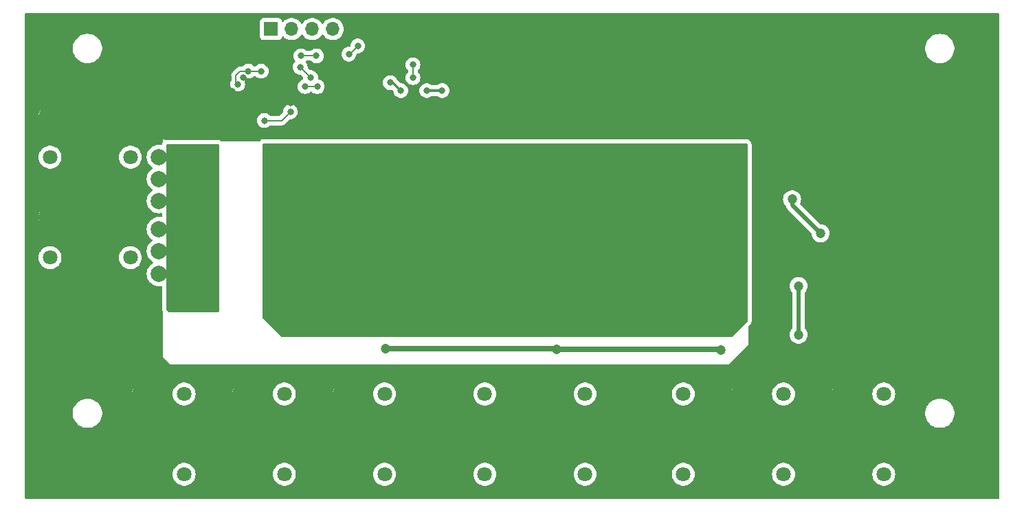
<source format=gbr>
%TF.GenerationSoftware,KiCad,Pcbnew,7.0.2-0*%
%TF.CreationDate,2024-05-03T02:11:47-07:00*%
%TF.ProjectId,EE156_2_Layer,45453135-365f-4325-9f4c-617965722e6b,rev?*%
%TF.SameCoordinates,Original*%
%TF.FileFunction,Copper,L2,Bot*%
%TF.FilePolarity,Positive*%
%FSLAX46Y46*%
G04 Gerber Fmt 4.6, Leading zero omitted, Abs format (unit mm)*
G04 Created by KiCad (PCBNEW 7.0.2-0) date 2024-05-03 02:11:47*
%MOMM*%
%LPD*%
G01*
G04 APERTURE LIST*
%TA.AperFunction,ComponentPad*%
%ADD10C,1.800000*%
%TD*%
%TA.AperFunction,ComponentPad*%
%ADD11R,1.700000X1.700000*%
%TD*%
%TA.AperFunction,ComponentPad*%
%ADD12O,1.700000X1.700000*%
%TD*%
%TA.AperFunction,ViaPad*%
%ADD13C,2.000000*%
%TD*%
%TA.AperFunction,ViaPad*%
%ADD14C,0.800000*%
%TD*%
%TA.AperFunction,ViaPad*%
%ADD15C,1.200000*%
%TD*%
%TA.AperFunction,Conductor*%
%ADD16C,0.150000*%
%TD*%
%TA.AperFunction,Conductor*%
%ADD17C,0.304800*%
%TD*%
%TA.AperFunction,Conductor*%
%ADD18C,0.508000*%
%TD*%
%TA.AperFunction,Conductor*%
%ADD19C,0.635000*%
%TD*%
%TA.AperFunction,Conductor*%
%ADD20C,3.000000*%
%TD*%
G04 APERTURE END LIST*
D10*
%TO.P,J6,1_1,1_1*%
%TO.N,V_BAT_THRUSTERS*%
X271800000Y-190517500D03*
%TO.P,J6,1_2,1_2*%
X271800000Y-180617500D03*
%TO.P,J6,2_1,2_1*%
%TO.N,GND*%
X266800000Y-190517500D03*
%TO.P,J6,2_2,2_2*%
X266800000Y-180617500D03*
%TD*%
%TO.P,J2,1_1,1_1*%
%TO.N,+BATT*%
X205882500Y-151400000D03*
%TO.P,J2,1_2,1_2*%
X215782500Y-151400000D03*
%TO.P,J2,2_1,2_1*%
%TO.N,GND*%
X205882500Y-146400000D03*
%TO.P,J2,2_2,2_2*%
X215782500Y-146400000D03*
%TD*%
%TO.P,J8,1_1,1_1*%
%TO.N,V_BAT_THRUSTERS*%
X247100000Y-190517500D03*
%TO.P,J8,1_2,1_2*%
X247100000Y-180617500D03*
%TO.P,J8,2_1,2_1*%
%TO.N,GND*%
X242100000Y-190517500D03*
%TO.P,J8,2_2,2_2*%
X242100000Y-180617500D03*
%TD*%
%TO.P,J9,1_1,1_1*%
%TO.N,V_BAT_THRUSTERS*%
X234750000Y-190517500D03*
%TO.P,J9,1_2,1_2*%
X234750000Y-180617500D03*
%TO.P,J9,2_1,2_1*%
%TO.N,GND*%
X229750000Y-190517500D03*
%TO.P,J9,2_2,2_2*%
X229750000Y-180617500D03*
%TD*%
%TO.P,J5,1_1,1_1*%
%TO.N,V_BAT_THRUSTERS*%
X283900000Y-190517500D03*
%TO.P,J5,1_2,1_2*%
X283900000Y-180617500D03*
%TO.P,J5,2_1,2_1*%
%TO.N,GND*%
X278900000Y-190517500D03*
%TO.P,J5,2_2,2_2*%
X278900000Y-180617500D03*
%TD*%
%TO.P,J1,1_1,1_1*%
%TO.N,+BATT*%
X205882500Y-163800000D03*
%TO.P,J1,1_2,1_2*%
X215782500Y-163800000D03*
%TO.P,J1,2_1,2_1*%
%TO.N,GND*%
X205882500Y-158800000D03*
%TO.P,J1,2_2,2_2*%
X215782500Y-158800000D03*
%TD*%
%TO.P,J7,1_1,1_1*%
%TO.N,V_BAT_THRUSTERS*%
X259450000Y-190517500D03*
%TO.P,J7,1_2,1_2*%
X259450000Y-180617500D03*
%TO.P,J7,2_1,2_1*%
%TO.N,GND*%
X254450000Y-190517500D03*
%TO.P,J7,2_2,2_2*%
X254450000Y-180617500D03*
%TD*%
D11*
%TO.P,J14,1,Pin_1*%
%TO.N,LATCH*%
X233100000Y-135600000D03*
D12*
%TO.P,J14,2,Pin_2*%
%TO.N,THRUST_EN*%
X235640000Y-135600000D03*
%TO.P,J14,3,Pin_3*%
%TO.N,OCP_N*%
X238180000Y-135600000D03*
%TO.P,J14,4,Pin_4*%
%TO.N,+5V*%
X240720000Y-135600000D03*
%TD*%
D10*
%TO.P,J3,1_1,1_1*%
%TO.N,V_BAT_THRUSTERS*%
X308600000Y-190517500D03*
%TO.P,J3,1_2,1_2*%
X308600000Y-180617500D03*
%TO.P,J3,2_1,2_1*%
%TO.N,GND*%
X303600000Y-190517500D03*
%TO.P,J3,2_2,2_2*%
X303600000Y-180617500D03*
%TD*%
%TO.P,J10,1_1,1_1*%
%TO.N,V_BAT_THRUSTERS*%
X222400000Y-190517500D03*
%TO.P,J10,1_2,1_2*%
X222400000Y-180617500D03*
%TO.P,J10,2_1,2_1*%
%TO.N,GND*%
X217400000Y-190517500D03*
%TO.P,J10,2_2,2_2*%
X217400000Y-180617500D03*
%TD*%
%TO.P,J4,1_1,1_1*%
%TO.N,V_BAT_THRUSTERS*%
X296250000Y-190517500D03*
%TO.P,J4,1_2,1_2*%
X296250000Y-180617500D03*
%TO.P,J4,2_1,2_1*%
%TO.N,GND*%
X291250000Y-190517500D03*
%TO.P,J4,2_2,2_2*%
X291250000Y-180617500D03*
%TD*%
D13*
%TO.N,Sense(+)*%
X286600000Y-163200000D03*
X286600000Y-165700000D03*
X286600000Y-160600000D03*
X286600000Y-154200000D03*
X286600000Y-151600000D03*
X286600000Y-156700000D03*
D14*
%TO.N,+5V*%
X236700000Y-140300000D03*
X238000000Y-141600000D03*
D15*
%TO.N,GND*%
X320500000Y-191700000D03*
X207400000Y-176100000D03*
X318100000Y-178400000D03*
X318100000Y-175900000D03*
X318100000Y-173300000D03*
D14*
%TO.N,GATE_EN*%
X252300000Y-143200000D03*
X249100000Y-143200000D03*
X254200000Y-143200000D03*
X247800000Y-142200000D03*
D15*
%TO.N,GND*%
X301800000Y-155700000D03*
X297300000Y-151800000D03*
%TO.N,Net-(U3-OUT)*%
X300800000Y-160800000D03*
X297300000Y-156600000D03*
%TO.N,V_BAT_THRUSTERS*%
X298100000Y-167300000D03*
X298100000Y-173300000D03*
%TO.N,THRUSTERS_GATE*%
X288500000Y-175200000D03*
X268300000Y-175100000D03*
X247200000Y-175000000D03*
D13*
%TO.N,+BATT*%
X219300000Y-165800000D03*
X219300000Y-160300000D03*
X219300000Y-163000000D03*
X219300000Y-156800000D03*
X219300000Y-154100000D03*
X219300000Y-151400000D03*
%TO.N,Sense(+)*%
X240300000Y-163300000D03*
X240300000Y-160700000D03*
X240300000Y-165800000D03*
X240300000Y-156800000D03*
X240300000Y-154300000D03*
X240300000Y-151700000D03*
D14*
%TO.N,THRUST_EN*%
X250600000Y-140000000D03*
X243800000Y-137700000D03*
X250600000Y-141600000D03*
X242700000Y-138700000D03*
%TO.N,GND*%
X256200000Y-148700000D03*
X256300000Y-141900000D03*
%TO.N,OCP_N*%
X237300000Y-142700000D03*
X238800000Y-142700000D03*
%TO.N,THRUST_EN*%
X236800000Y-138900000D03*
X238700000Y-138900000D03*
%TO.N,GND*%
X247800000Y-138200000D03*
X242900000Y-146200000D03*
X228300000Y-143300000D03*
X235500000Y-144700000D03*
X229700000Y-141600000D03*
X227300000Y-140900000D03*
%TO.N,+5V*%
X235500000Y-145800000D03*
X230300000Y-140800000D03*
X231900000Y-140800000D03*
X229000000Y-142400000D03*
X232300000Y-146887777D03*
%TD*%
D16*
%TO.N,+5V*%
X236700000Y-140300000D02*
X238000000Y-141600000D01*
D17*
%TO.N,GATE_EN*%
X247800000Y-142200000D02*
X248100000Y-142200000D01*
X248100000Y-142200000D02*
X249100000Y-143200000D01*
X252300000Y-143200000D02*
X254200000Y-143200000D01*
D18*
%TO.N,Net-(U3-OUT)*%
X300800000Y-160800000D02*
X297300000Y-157300000D01*
X297300000Y-157300000D02*
X297300000Y-156600000D01*
%TO.N,V_BAT_THRUSTERS*%
X298100000Y-167300000D02*
X298100000Y-173300000D01*
D19*
%TO.N,THRUSTERS_GATE*%
X268300000Y-175100000D02*
X288400000Y-175100000D01*
X288400000Y-175100000D02*
X288500000Y-175200000D01*
X247200000Y-175000000D02*
X268200000Y-175000000D01*
X268200000Y-175000000D02*
X268300000Y-175100000D01*
D20*
%TO.N,GND*%
X303600000Y-180617500D02*
X303600000Y-190517500D01*
X291250000Y-180617500D02*
X291250000Y-190517500D01*
X278900000Y-180617500D02*
X278900000Y-190517500D01*
X266800000Y-180617500D02*
X266800000Y-190517500D01*
X254450000Y-190517500D02*
X254450000Y-180617500D01*
X242100000Y-180617500D02*
X242100000Y-190517500D01*
X229750000Y-180617500D02*
X229750000Y-190517500D01*
X217400000Y-180617500D02*
X217400000Y-190517500D01*
X205882500Y-146400000D02*
X215782500Y-146400000D01*
X205882500Y-158800000D02*
X215782500Y-158800000D01*
D16*
%TO.N,THRUST_EN*%
X250600000Y-141600000D02*
X250600000Y-140000000D01*
X242800000Y-138700000D02*
X242700000Y-138700000D01*
X243800000Y-137700000D02*
X242800000Y-138700000D01*
%TO.N,OCP_N*%
X237300000Y-142700000D02*
X238800000Y-142700000D01*
%TO.N,THRUST_EN*%
X236800000Y-138900000D02*
X238700000Y-138900000D01*
%TO.N,+5V*%
X229000000Y-142400000D02*
X228800000Y-142200000D01*
X228800000Y-142200000D02*
X228800000Y-141300000D01*
X232300000Y-146887777D02*
X232312223Y-146900000D01*
X232312223Y-146900000D02*
X234400000Y-146900000D01*
X234400000Y-146900000D02*
X235500000Y-145800000D01*
X228800000Y-141300000D02*
X229300000Y-140800000D01*
X230300000Y-140800000D02*
X231900000Y-140800000D01*
X229300000Y-140800000D02*
X230300000Y-140800000D01*
%TD*%
%TA.AperFunction,Conductor*%
%TO.N,+BATT*%
G36*
X226643039Y-149819685D02*
G01*
X226688794Y-149872489D01*
X226700000Y-149924000D01*
X226700000Y-170376000D01*
X226680315Y-170443039D01*
X226627511Y-170488794D01*
X226576000Y-170500000D01*
X220551362Y-170500000D01*
X220484323Y-170480315D01*
X220463681Y-170463681D01*
X220236318Y-170236318D01*
X220202833Y-170174995D01*
X220200000Y-170148646D01*
X220200000Y-149924000D01*
X220219685Y-149856961D01*
X220272489Y-149811206D01*
X220324000Y-149800000D01*
X226576000Y-149800000D01*
X226643039Y-149819685D01*
G37*
%TD.AperFunction*%
%TD*%
%TA.AperFunction,Conductor*%
%TO.N,Sense(+)*%
G36*
X291743039Y-149719685D02*
G01*
X291788794Y-149772489D01*
X291800000Y-149824000D01*
X291800000Y-171648638D01*
X291780315Y-171715677D01*
X291763681Y-171736319D01*
X289936319Y-173563681D01*
X289874996Y-173597166D01*
X289848638Y-173600000D01*
X234451362Y-173600000D01*
X234384323Y-173580315D01*
X234363681Y-173563681D01*
X232136319Y-171336319D01*
X232102834Y-171274996D01*
X232100000Y-171248638D01*
X232100000Y-149824000D01*
X232119685Y-149756961D01*
X232172489Y-149711206D01*
X232224000Y-149700000D01*
X291676000Y-149700000D01*
X291743039Y-149719685D01*
G37*
%TD.AperFunction*%
%TD*%
%TA.AperFunction,Conductor*%
%TO.N,GND*%
G36*
X322742539Y-133620185D02*
G01*
X322788294Y-133672989D01*
X322799500Y-133724500D01*
X322799500Y-193475500D01*
X322779815Y-193542539D01*
X322727011Y-193588294D01*
X322675500Y-193599500D01*
X202924500Y-193599500D01*
X202857461Y-193579815D01*
X202811706Y-193527011D01*
X202800500Y-193475500D01*
X202800500Y-190517500D01*
X215995201Y-190517500D01*
X216014361Y-190748717D01*
X216071319Y-190973639D01*
X216164516Y-191186109D01*
X216248811Y-191315133D01*
X216837226Y-190726719D01*
X216875901Y-190820088D01*
X216972075Y-190945425D01*
X217097412Y-191041599D01*
X217190779Y-191080272D01*
X216601199Y-191669851D01*
X216631650Y-191693551D01*
X216835700Y-191803977D01*
X217055140Y-191879311D01*
X217283993Y-191917500D01*
X217516007Y-191917500D01*
X217744859Y-191879311D01*
X217964296Y-191803978D01*
X218168353Y-191693548D01*
X218198798Y-191669851D01*
X217609220Y-191080273D01*
X217702588Y-191041599D01*
X217827925Y-190945425D01*
X217924099Y-190820089D01*
X217962772Y-190726720D01*
X218551186Y-191315134D01*
X218635483Y-191186107D01*
X218728680Y-190973638D01*
X218785638Y-190748717D01*
X218804798Y-190517500D01*
X220986672Y-190517500D01*
X221005948Y-190750121D01*
X221063251Y-190976408D01*
X221157016Y-191190169D01*
X221284684Y-191385581D01*
X221284686Y-191385583D01*
X221442780Y-191557318D01*
X221626983Y-191700690D01*
X221832273Y-191811787D01*
X221887467Y-191830735D01*
X222053046Y-191887580D01*
X222283288Y-191926000D01*
X222516712Y-191926000D01*
X222746953Y-191887580D01*
X222857338Y-191849683D01*
X222967727Y-191811787D01*
X223173017Y-191700690D01*
X223357220Y-191557318D01*
X223515314Y-191385583D01*
X223642984Y-191190169D01*
X223736749Y-190976407D01*
X223794051Y-190750126D01*
X223813327Y-190517500D01*
X228345201Y-190517500D01*
X228364361Y-190748717D01*
X228421319Y-190973639D01*
X228514516Y-191186109D01*
X228598811Y-191315133D01*
X229187226Y-190726718D01*
X229225901Y-190820088D01*
X229322075Y-190945425D01*
X229447412Y-191041599D01*
X229540779Y-191080272D01*
X228951199Y-191669851D01*
X228981650Y-191693551D01*
X229185700Y-191803977D01*
X229405140Y-191879311D01*
X229633993Y-191917500D01*
X229866007Y-191917500D01*
X230094859Y-191879311D01*
X230314296Y-191803978D01*
X230518353Y-191693548D01*
X230548798Y-191669851D01*
X229959220Y-191080273D01*
X230052588Y-191041599D01*
X230177925Y-190945425D01*
X230274099Y-190820089D01*
X230312772Y-190726720D01*
X230901186Y-191315134D01*
X230985483Y-191186107D01*
X231078680Y-190973638D01*
X231135638Y-190748717D01*
X231154798Y-190517500D01*
X231154798Y-190517499D01*
X233336672Y-190517499D01*
X233355948Y-190750121D01*
X233413251Y-190976408D01*
X233507016Y-191190169D01*
X233634684Y-191385581D01*
X233634686Y-191385583D01*
X233792780Y-191557318D01*
X233976983Y-191700690D01*
X234182273Y-191811787D01*
X234237467Y-191830735D01*
X234403046Y-191887580D01*
X234633288Y-191926000D01*
X234866712Y-191926000D01*
X235096953Y-191887580D01*
X235207338Y-191849683D01*
X235317727Y-191811787D01*
X235523017Y-191700690D01*
X235707220Y-191557318D01*
X235865314Y-191385583D01*
X235992984Y-191190169D01*
X236086749Y-190976407D01*
X236144051Y-190750126D01*
X236163327Y-190517500D01*
X240695201Y-190517500D01*
X240714361Y-190748717D01*
X240771319Y-190973639D01*
X240864516Y-191186109D01*
X240948811Y-191315133D01*
X241537226Y-190726719D01*
X241575901Y-190820088D01*
X241672075Y-190945425D01*
X241797412Y-191041599D01*
X241890779Y-191080272D01*
X241301199Y-191669851D01*
X241331650Y-191693551D01*
X241535700Y-191803977D01*
X241755140Y-191879311D01*
X241983993Y-191917500D01*
X242216007Y-191917500D01*
X242444859Y-191879311D01*
X242664296Y-191803978D01*
X242868353Y-191693548D01*
X242898798Y-191669851D01*
X242309220Y-191080273D01*
X242402588Y-191041599D01*
X242527925Y-190945425D01*
X242624099Y-190820089D01*
X242662773Y-190726719D01*
X243251186Y-191315134D01*
X243335483Y-191186107D01*
X243428680Y-190973638D01*
X243485638Y-190748717D01*
X243504798Y-190517500D01*
X245686672Y-190517500D01*
X245705948Y-190750121D01*
X245763251Y-190976408D01*
X245857016Y-191190169D01*
X245984684Y-191385581D01*
X245984686Y-191385583D01*
X246142780Y-191557318D01*
X246326983Y-191700690D01*
X246532273Y-191811787D01*
X246587467Y-191830735D01*
X246753046Y-191887580D01*
X246983288Y-191926000D01*
X247216712Y-191926000D01*
X247446953Y-191887580D01*
X247557338Y-191849683D01*
X247667727Y-191811787D01*
X247873017Y-191700690D01*
X248057220Y-191557318D01*
X248215314Y-191385583D01*
X248342984Y-191190169D01*
X248436749Y-190976407D01*
X248494051Y-190750126D01*
X248513327Y-190517500D01*
X253045201Y-190517500D01*
X253064361Y-190748717D01*
X253121319Y-190973639D01*
X253214516Y-191186109D01*
X253298811Y-191315133D01*
X253887226Y-190726718D01*
X253925901Y-190820088D01*
X254022075Y-190945425D01*
X254147412Y-191041599D01*
X254240779Y-191080272D01*
X253651199Y-191669851D01*
X253681650Y-191693551D01*
X253885700Y-191803977D01*
X254105140Y-191879311D01*
X254333993Y-191917500D01*
X254566007Y-191917500D01*
X254794859Y-191879311D01*
X255014296Y-191803978D01*
X255218353Y-191693548D01*
X255248798Y-191669851D01*
X254659220Y-191080273D01*
X254752588Y-191041599D01*
X254877925Y-190945425D01*
X254974099Y-190820089D01*
X255012773Y-190726720D01*
X255601186Y-191315134D01*
X255685483Y-191186107D01*
X255778680Y-190973638D01*
X255835638Y-190748717D01*
X255854798Y-190517500D01*
X258036672Y-190517500D01*
X258055948Y-190750121D01*
X258113251Y-190976408D01*
X258207016Y-191190169D01*
X258334684Y-191385581D01*
X258334686Y-191385583D01*
X258492780Y-191557318D01*
X258676983Y-191700690D01*
X258882273Y-191811787D01*
X258937466Y-191830735D01*
X259103046Y-191887580D01*
X259333288Y-191926000D01*
X259566712Y-191926000D01*
X259796953Y-191887580D01*
X259907339Y-191849683D01*
X260017727Y-191811787D01*
X260223017Y-191700690D01*
X260407220Y-191557318D01*
X260565314Y-191385583D01*
X260692984Y-191190169D01*
X260786749Y-190976407D01*
X260844051Y-190750126D01*
X260863327Y-190517500D01*
X265395201Y-190517500D01*
X265414361Y-190748717D01*
X265471319Y-190973639D01*
X265564516Y-191186109D01*
X265648812Y-191315134D01*
X266237226Y-190726719D01*
X266275901Y-190820088D01*
X266372075Y-190945425D01*
X266497412Y-191041599D01*
X266590779Y-191080272D01*
X266001199Y-191669851D01*
X266031650Y-191693551D01*
X266235700Y-191803977D01*
X266455140Y-191879311D01*
X266683993Y-191917500D01*
X266916007Y-191917500D01*
X267144859Y-191879311D01*
X267364296Y-191803978D01*
X267568353Y-191693548D01*
X267598798Y-191669851D01*
X267009220Y-191080273D01*
X267102588Y-191041599D01*
X267227925Y-190945425D01*
X267324099Y-190820089D01*
X267362773Y-190726720D01*
X267951186Y-191315134D01*
X268035483Y-191186107D01*
X268128680Y-190973638D01*
X268185638Y-190748717D01*
X268204798Y-190517500D01*
X270386672Y-190517500D01*
X270405948Y-190750121D01*
X270463251Y-190976408D01*
X270557016Y-191190169D01*
X270684684Y-191385581D01*
X270684686Y-191385583D01*
X270842780Y-191557318D01*
X271026983Y-191700690D01*
X271232273Y-191811787D01*
X271287466Y-191830735D01*
X271453046Y-191887580D01*
X271683288Y-191926000D01*
X271916712Y-191926000D01*
X272146953Y-191887580D01*
X272257339Y-191849683D01*
X272367727Y-191811787D01*
X272573017Y-191700690D01*
X272757220Y-191557318D01*
X272915314Y-191385583D01*
X273042984Y-191190169D01*
X273136749Y-190976407D01*
X273194051Y-190750126D01*
X273213327Y-190517500D01*
X277495201Y-190517500D01*
X277514361Y-190748717D01*
X277571319Y-190973639D01*
X277664516Y-191186109D01*
X277748811Y-191315133D01*
X278337226Y-190726719D01*
X278375901Y-190820088D01*
X278472075Y-190945425D01*
X278597412Y-191041599D01*
X278690779Y-191080272D01*
X278101199Y-191669851D01*
X278131650Y-191693551D01*
X278335700Y-191803977D01*
X278555140Y-191879311D01*
X278783993Y-191917500D01*
X279016007Y-191917500D01*
X279244859Y-191879311D01*
X279464296Y-191803978D01*
X279668353Y-191693548D01*
X279698798Y-191669851D01*
X279109220Y-191080273D01*
X279202588Y-191041599D01*
X279327925Y-190945425D01*
X279424099Y-190820089D01*
X279462773Y-190726719D01*
X280051186Y-191315134D01*
X280135483Y-191186107D01*
X280228680Y-190973638D01*
X280285638Y-190748717D01*
X280304798Y-190517500D01*
X282486672Y-190517500D01*
X282505948Y-190750121D01*
X282563251Y-190976408D01*
X282657016Y-191190169D01*
X282784684Y-191385581D01*
X282784686Y-191385583D01*
X282942780Y-191557318D01*
X283126983Y-191700690D01*
X283332273Y-191811787D01*
X283387467Y-191830735D01*
X283553046Y-191887580D01*
X283783288Y-191926000D01*
X284016712Y-191926000D01*
X284246953Y-191887580D01*
X284357338Y-191849683D01*
X284467727Y-191811787D01*
X284673017Y-191700690D01*
X284857220Y-191557318D01*
X285015314Y-191385583D01*
X285142984Y-191190169D01*
X285236749Y-190976407D01*
X285294051Y-190750126D01*
X285313327Y-190517500D01*
X289845201Y-190517500D01*
X289864361Y-190748717D01*
X289921319Y-190973639D01*
X290014516Y-191186109D01*
X290098811Y-191315133D01*
X290687226Y-190726718D01*
X290725901Y-190820088D01*
X290822075Y-190945425D01*
X290947412Y-191041599D01*
X291040779Y-191080272D01*
X290451199Y-191669851D01*
X290481650Y-191693551D01*
X290685700Y-191803977D01*
X290905140Y-191879311D01*
X291133993Y-191917500D01*
X291366007Y-191917500D01*
X291594859Y-191879311D01*
X291814296Y-191803978D01*
X292018353Y-191693548D01*
X292048798Y-191669851D01*
X291459220Y-191080273D01*
X291552588Y-191041599D01*
X291677925Y-190945425D01*
X291774099Y-190820089D01*
X291812773Y-190726720D01*
X292401186Y-191315134D01*
X292485483Y-191186107D01*
X292578680Y-190973638D01*
X292635638Y-190748717D01*
X292654798Y-190517500D01*
X294836672Y-190517500D01*
X294855948Y-190750121D01*
X294913251Y-190976408D01*
X295007016Y-191190169D01*
X295134684Y-191385581D01*
X295134686Y-191385583D01*
X295292780Y-191557318D01*
X295476983Y-191700690D01*
X295682273Y-191811787D01*
X295737466Y-191830735D01*
X295903046Y-191887580D01*
X296133288Y-191926000D01*
X296366712Y-191926000D01*
X296596953Y-191887580D01*
X296707339Y-191849683D01*
X296817727Y-191811787D01*
X297023017Y-191700690D01*
X297207220Y-191557318D01*
X297365314Y-191385583D01*
X297492984Y-191190169D01*
X297586749Y-190976407D01*
X297644051Y-190750126D01*
X297663327Y-190517500D01*
X302195201Y-190517500D01*
X302214361Y-190748717D01*
X302271319Y-190973639D01*
X302364516Y-191186109D01*
X302448811Y-191315133D01*
X303037226Y-190726719D01*
X303075901Y-190820088D01*
X303172075Y-190945425D01*
X303297412Y-191041599D01*
X303390779Y-191080272D01*
X302801199Y-191669851D01*
X302831650Y-191693551D01*
X303035700Y-191803977D01*
X303255140Y-191879311D01*
X303483993Y-191917500D01*
X303716007Y-191917500D01*
X303944859Y-191879311D01*
X304164296Y-191803978D01*
X304368353Y-191693548D01*
X304398798Y-191669851D01*
X303809220Y-191080273D01*
X303902588Y-191041599D01*
X304027925Y-190945425D01*
X304124099Y-190820089D01*
X304162773Y-190726719D01*
X304751186Y-191315134D01*
X304835483Y-191186107D01*
X304928680Y-190973638D01*
X304985638Y-190748717D01*
X305004798Y-190517500D01*
X307186672Y-190517500D01*
X307205948Y-190750121D01*
X307263251Y-190976408D01*
X307357016Y-191190169D01*
X307484684Y-191385581D01*
X307484686Y-191385583D01*
X307642780Y-191557318D01*
X307826983Y-191700690D01*
X308032273Y-191811787D01*
X308087467Y-191830735D01*
X308253046Y-191887580D01*
X308483288Y-191926000D01*
X308716712Y-191926000D01*
X308946953Y-191887580D01*
X309057339Y-191849683D01*
X309167727Y-191811787D01*
X309373017Y-191700690D01*
X309557220Y-191557318D01*
X309715314Y-191385583D01*
X309842984Y-191190169D01*
X309936749Y-190976407D01*
X309994051Y-190750126D01*
X310013327Y-190517500D01*
X309994051Y-190284874D01*
X309936749Y-190058593D01*
X309842984Y-189844831D01*
X309715314Y-189649417D01*
X309557220Y-189477682D01*
X309373017Y-189334310D01*
X309167727Y-189223213D01*
X309167726Y-189223212D01*
X309167725Y-189223212D01*
X308946953Y-189147419D01*
X308716712Y-189109000D01*
X308483288Y-189109000D01*
X308253046Y-189147419D01*
X308032274Y-189223212D01*
X307826983Y-189334310D01*
X307642780Y-189477681D01*
X307484684Y-189649418D01*
X307357016Y-189844830D01*
X307263251Y-190058591D01*
X307205948Y-190284878D01*
X307186672Y-190517500D01*
X305004798Y-190517500D01*
X304985638Y-190286282D01*
X304928680Y-190061360D01*
X304835484Y-189848892D01*
X304751186Y-189719864D01*
X304162772Y-190308278D01*
X304124099Y-190214912D01*
X304027925Y-190089575D01*
X303902588Y-189993401D01*
X303809220Y-189954727D01*
X304398799Y-189365148D01*
X304398799Y-189365147D01*
X304368349Y-189341448D01*
X304164299Y-189231022D01*
X303944859Y-189155688D01*
X303716007Y-189117500D01*
X303483993Y-189117500D01*
X303255140Y-189155688D01*
X303035703Y-189231021D01*
X302831645Y-189341452D01*
X302801200Y-189365146D01*
X302801200Y-189365147D01*
X303390779Y-189954726D01*
X303297412Y-189993401D01*
X303172075Y-190089575D01*
X303075901Y-190214911D01*
X303037226Y-190308279D01*
X302448812Y-189719865D01*
X302364516Y-189848890D01*
X302271319Y-190061360D01*
X302214361Y-190286282D01*
X302195201Y-190517500D01*
X297663327Y-190517500D01*
X297644051Y-190284874D01*
X297586749Y-190058593D01*
X297492984Y-189844831D01*
X297365314Y-189649417D01*
X297207220Y-189477682D01*
X297023017Y-189334310D01*
X296817727Y-189223213D01*
X296817726Y-189223212D01*
X296817725Y-189223212D01*
X296596953Y-189147419D01*
X296366712Y-189109000D01*
X296133288Y-189109000D01*
X295903046Y-189147419D01*
X295682274Y-189223212D01*
X295476983Y-189334310D01*
X295292780Y-189477681D01*
X295134684Y-189649418D01*
X295007016Y-189844830D01*
X294913251Y-190058591D01*
X294855948Y-190284878D01*
X294836672Y-190517500D01*
X292654798Y-190517500D01*
X292635638Y-190286282D01*
X292578680Y-190061360D01*
X292485484Y-189848892D01*
X292401186Y-189719864D01*
X291812772Y-190308278D01*
X291774099Y-190214912D01*
X291677925Y-190089575D01*
X291552588Y-189993401D01*
X291459220Y-189954727D01*
X292048799Y-189365148D01*
X292048799Y-189365147D01*
X292018349Y-189341448D01*
X291814299Y-189231022D01*
X291594859Y-189155688D01*
X291366007Y-189117500D01*
X291133993Y-189117500D01*
X290905140Y-189155688D01*
X290685703Y-189231021D01*
X290481645Y-189341452D01*
X290451200Y-189365146D01*
X290451200Y-189365147D01*
X291040779Y-189954726D01*
X290947412Y-189993401D01*
X290822075Y-190089575D01*
X290725901Y-190214911D01*
X290687227Y-190308278D01*
X290098812Y-189719865D01*
X290014516Y-189848890D01*
X289921319Y-190061360D01*
X289864361Y-190286282D01*
X289845201Y-190517500D01*
X285313327Y-190517500D01*
X285294051Y-190284874D01*
X285236749Y-190058593D01*
X285142984Y-189844831D01*
X285015314Y-189649417D01*
X284857220Y-189477682D01*
X284673017Y-189334310D01*
X284467727Y-189223213D01*
X284467726Y-189223212D01*
X284467725Y-189223212D01*
X284246953Y-189147419D01*
X284016712Y-189109000D01*
X283783288Y-189109000D01*
X283553046Y-189147419D01*
X283332274Y-189223212D01*
X283126983Y-189334310D01*
X282942780Y-189477681D01*
X282784684Y-189649418D01*
X282657016Y-189844830D01*
X282563251Y-190058591D01*
X282505948Y-190284878D01*
X282486672Y-190517500D01*
X280304798Y-190517500D01*
X280304798Y-190517499D01*
X280285638Y-190286282D01*
X280228680Y-190061360D01*
X280135484Y-189848892D01*
X280051186Y-189719864D01*
X279462772Y-190308278D01*
X279424099Y-190214912D01*
X279327925Y-190089575D01*
X279202588Y-189993401D01*
X279109220Y-189954727D01*
X279698799Y-189365148D01*
X279698799Y-189365147D01*
X279668349Y-189341448D01*
X279464299Y-189231022D01*
X279244859Y-189155688D01*
X279016007Y-189117500D01*
X278783993Y-189117500D01*
X278555140Y-189155688D01*
X278335703Y-189231021D01*
X278131645Y-189341452D01*
X278101200Y-189365146D01*
X278101200Y-189365147D01*
X278690779Y-189954726D01*
X278597412Y-189993401D01*
X278472075Y-190089575D01*
X278375901Y-190214911D01*
X278337226Y-190308279D01*
X277748812Y-189719865D01*
X277664516Y-189848890D01*
X277571319Y-190061360D01*
X277514361Y-190286282D01*
X277495201Y-190517500D01*
X273213327Y-190517500D01*
X273194051Y-190284874D01*
X273136749Y-190058593D01*
X273042984Y-189844831D01*
X272915314Y-189649417D01*
X272757220Y-189477682D01*
X272573017Y-189334310D01*
X272367727Y-189223213D01*
X272367726Y-189223212D01*
X272367725Y-189223212D01*
X272146953Y-189147419D01*
X271916712Y-189109000D01*
X271683288Y-189109000D01*
X271453046Y-189147419D01*
X271232274Y-189223212D01*
X271026983Y-189334310D01*
X270842780Y-189477681D01*
X270684684Y-189649418D01*
X270557016Y-189844830D01*
X270463251Y-190058591D01*
X270405948Y-190284878D01*
X270386672Y-190517500D01*
X268204798Y-190517500D01*
X268185638Y-190286282D01*
X268128680Y-190061360D01*
X268035484Y-189848892D01*
X267951186Y-189719864D01*
X267362772Y-190308278D01*
X267324099Y-190214912D01*
X267227925Y-190089575D01*
X267102588Y-189993401D01*
X267009220Y-189954727D01*
X267598799Y-189365148D01*
X267598799Y-189365147D01*
X267568349Y-189341448D01*
X267364299Y-189231022D01*
X267144859Y-189155688D01*
X266916007Y-189117500D01*
X266683993Y-189117500D01*
X266455140Y-189155688D01*
X266235703Y-189231021D01*
X266031645Y-189341452D01*
X266001200Y-189365146D01*
X266001200Y-189365147D01*
X266590779Y-189954726D01*
X266497412Y-189993401D01*
X266372075Y-190089575D01*
X266275901Y-190214911D01*
X266237226Y-190308280D01*
X265648812Y-189719865D01*
X265564516Y-189848890D01*
X265471319Y-190061360D01*
X265414361Y-190286282D01*
X265395201Y-190517500D01*
X260863327Y-190517500D01*
X260844051Y-190284874D01*
X260786749Y-190058593D01*
X260692984Y-189844831D01*
X260565314Y-189649417D01*
X260407220Y-189477682D01*
X260223017Y-189334310D01*
X260017727Y-189223213D01*
X260017726Y-189223212D01*
X260017725Y-189223212D01*
X259796953Y-189147419D01*
X259566712Y-189109000D01*
X259333288Y-189109000D01*
X259103046Y-189147419D01*
X258882274Y-189223212D01*
X258676983Y-189334310D01*
X258492780Y-189477681D01*
X258334684Y-189649418D01*
X258207016Y-189844830D01*
X258113251Y-190058591D01*
X258055948Y-190284878D01*
X258036672Y-190517500D01*
X255854798Y-190517500D01*
X255835638Y-190286282D01*
X255778680Y-190061360D01*
X255685484Y-189848892D01*
X255601186Y-189719864D01*
X255012772Y-190308278D01*
X254974099Y-190214912D01*
X254877925Y-190089575D01*
X254752588Y-189993401D01*
X254659219Y-189954726D01*
X255248799Y-189365147D01*
X255218349Y-189341448D01*
X255014299Y-189231022D01*
X254794859Y-189155688D01*
X254566007Y-189117500D01*
X254333993Y-189117500D01*
X254105140Y-189155688D01*
X253885703Y-189231021D01*
X253681645Y-189341452D01*
X253651200Y-189365146D01*
X253651200Y-189365147D01*
X254240778Y-189954727D01*
X254147412Y-189993401D01*
X254022075Y-190089575D01*
X253925901Y-190214911D01*
X253887226Y-190308279D01*
X253298812Y-189719865D01*
X253214516Y-189848890D01*
X253121319Y-190061360D01*
X253064361Y-190286282D01*
X253045201Y-190517500D01*
X248513327Y-190517500D01*
X248494051Y-190284874D01*
X248436749Y-190058593D01*
X248342984Y-189844831D01*
X248215314Y-189649417D01*
X248057220Y-189477682D01*
X247873017Y-189334310D01*
X247667727Y-189223213D01*
X247667726Y-189223212D01*
X247667725Y-189223212D01*
X247446953Y-189147419D01*
X247216712Y-189109000D01*
X246983288Y-189109000D01*
X246753046Y-189147419D01*
X246532274Y-189223212D01*
X246326983Y-189334310D01*
X246142780Y-189477681D01*
X245984684Y-189649418D01*
X245857016Y-189844830D01*
X245763251Y-190058591D01*
X245705948Y-190284878D01*
X245686672Y-190517500D01*
X243504798Y-190517500D01*
X243485638Y-190286282D01*
X243428680Y-190061360D01*
X243335484Y-189848892D01*
X243251186Y-189719864D01*
X242662772Y-190308278D01*
X242624099Y-190214912D01*
X242527925Y-190089575D01*
X242402588Y-189993401D01*
X242309220Y-189954727D01*
X242898799Y-189365148D01*
X242898799Y-189365147D01*
X242868349Y-189341448D01*
X242664299Y-189231022D01*
X242444859Y-189155688D01*
X242216007Y-189117500D01*
X241983993Y-189117500D01*
X241755140Y-189155688D01*
X241535703Y-189231021D01*
X241331645Y-189341452D01*
X241301200Y-189365146D01*
X241301200Y-189365147D01*
X241890779Y-189954726D01*
X241797412Y-189993401D01*
X241672075Y-190089575D01*
X241575901Y-190214911D01*
X241537226Y-190308279D01*
X240948812Y-189719865D01*
X240864516Y-189848890D01*
X240771319Y-190061360D01*
X240714361Y-190286282D01*
X240695201Y-190517500D01*
X236163327Y-190517500D01*
X236144051Y-190284874D01*
X236086749Y-190058593D01*
X235992984Y-189844831D01*
X235865314Y-189649417D01*
X235707220Y-189477682D01*
X235523017Y-189334310D01*
X235317727Y-189223213D01*
X235317726Y-189223212D01*
X235317725Y-189223212D01*
X235096953Y-189147419D01*
X234866712Y-189109000D01*
X234633288Y-189109000D01*
X234403046Y-189147419D01*
X234182274Y-189223212D01*
X233976983Y-189334310D01*
X233792780Y-189477681D01*
X233634684Y-189649418D01*
X233507016Y-189844830D01*
X233413251Y-190058591D01*
X233355948Y-190284878D01*
X233336672Y-190517499D01*
X231154798Y-190517499D01*
X231135638Y-190286282D01*
X231078680Y-190061360D01*
X230985484Y-189848892D01*
X230901186Y-189719864D01*
X230312772Y-190308278D01*
X230274099Y-190214912D01*
X230177925Y-190089575D01*
X230052588Y-189993401D01*
X229959218Y-189954726D01*
X230548799Y-189365147D01*
X230518349Y-189341448D01*
X230314299Y-189231022D01*
X230094859Y-189155688D01*
X229866007Y-189117500D01*
X229633993Y-189117500D01*
X229405140Y-189155688D01*
X229185703Y-189231021D01*
X228981645Y-189341452D01*
X228951200Y-189365146D01*
X228951200Y-189365147D01*
X229540779Y-189954726D01*
X229447412Y-189993401D01*
X229322075Y-190089575D01*
X229225901Y-190214911D01*
X229187227Y-190308279D01*
X228598812Y-189719865D01*
X228514516Y-189848890D01*
X228421319Y-190061360D01*
X228364361Y-190286282D01*
X228345201Y-190517500D01*
X223813327Y-190517500D01*
X223794051Y-190284874D01*
X223736749Y-190058593D01*
X223642984Y-189844831D01*
X223515314Y-189649417D01*
X223357220Y-189477682D01*
X223173017Y-189334310D01*
X222967727Y-189223213D01*
X222967726Y-189223212D01*
X222967725Y-189223212D01*
X222746953Y-189147419D01*
X222516712Y-189109000D01*
X222283288Y-189109000D01*
X222053046Y-189147419D01*
X221832274Y-189223212D01*
X221626983Y-189334310D01*
X221442780Y-189477681D01*
X221284684Y-189649418D01*
X221157016Y-189844830D01*
X221063251Y-190058591D01*
X221005948Y-190284878D01*
X220986672Y-190517500D01*
X218804798Y-190517500D01*
X218785638Y-190286282D01*
X218728680Y-190061360D01*
X218635484Y-189848892D01*
X218551186Y-189719864D01*
X217962772Y-190308278D01*
X217924099Y-190214912D01*
X217827925Y-190089575D01*
X217702588Y-189993401D01*
X217609220Y-189954727D01*
X218198799Y-189365148D01*
X218198799Y-189365147D01*
X218168349Y-189341448D01*
X217964299Y-189231022D01*
X217744859Y-189155688D01*
X217516007Y-189117500D01*
X217283993Y-189117500D01*
X217055140Y-189155688D01*
X216835703Y-189231021D01*
X216631645Y-189341452D01*
X216601200Y-189365146D01*
X216601200Y-189365147D01*
X217190779Y-189954726D01*
X217097412Y-189993401D01*
X216972075Y-190089575D01*
X216875901Y-190214911D01*
X216837226Y-190308279D01*
X216248812Y-189719865D01*
X216164516Y-189848890D01*
X216071319Y-190061360D01*
X216014361Y-190286282D01*
X215995201Y-190517500D01*
X202800500Y-190517500D01*
X202800500Y-183135169D01*
X208696300Y-183135169D01*
X208736590Y-183402486D01*
X208816274Y-183660813D01*
X208816275Y-183660814D01*
X208933570Y-183904379D01*
X209085856Y-184127742D01*
X209269732Y-184325913D01*
X209481090Y-184494466D01*
X209715209Y-184629635D01*
X209966859Y-184728400D01*
X210230419Y-184788556D01*
X210432505Y-184803700D01*
X210434822Y-184803700D01*
X210565178Y-184803700D01*
X210567495Y-184803700D01*
X210769581Y-184788556D01*
X211033141Y-184728400D01*
X211284791Y-184629635D01*
X211518910Y-184494466D01*
X211730268Y-184325913D01*
X211914144Y-184127742D01*
X212066430Y-183904379D01*
X212183725Y-183660814D01*
X212263409Y-183402487D01*
X212303700Y-183135169D01*
X313696300Y-183135169D01*
X313736590Y-183402486D01*
X313816274Y-183660813D01*
X313816275Y-183660814D01*
X313933570Y-183904379D01*
X314085856Y-184127742D01*
X314269732Y-184325913D01*
X314481090Y-184494466D01*
X314715209Y-184629635D01*
X314966859Y-184728400D01*
X315230419Y-184788556D01*
X315432505Y-184803700D01*
X315434822Y-184803700D01*
X315565178Y-184803700D01*
X315567495Y-184803700D01*
X315769581Y-184788556D01*
X316033141Y-184728400D01*
X316284791Y-184629635D01*
X316518910Y-184494466D01*
X316730268Y-184325913D01*
X316914144Y-184127742D01*
X317066430Y-183904379D01*
X317183725Y-183660814D01*
X317263409Y-183402487D01*
X317303700Y-183135169D01*
X317303700Y-182864831D01*
X317263409Y-182597513D01*
X317183725Y-182339186D01*
X317066430Y-182095621D01*
X316914144Y-181872258D01*
X316730268Y-181674087D01*
X316518910Y-181505534D01*
X316518909Y-181505533D01*
X316284789Y-181370364D01*
X316033143Y-181271600D01*
X315769578Y-181211443D01*
X315569809Y-181196473D01*
X315569798Y-181196472D01*
X315567495Y-181196300D01*
X315432505Y-181196300D01*
X315430202Y-181196472D01*
X315430190Y-181196473D01*
X315230421Y-181211443D01*
X314966856Y-181271600D01*
X314715210Y-181370364D01*
X314481090Y-181505533D01*
X314269731Y-181674087D01*
X314085855Y-181872258D01*
X313933570Y-182095620D01*
X313816275Y-182339185D01*
X313736590Y-182597513D01*
X313696300Y-182864830D01*
X313696300Y-183135169D01*
X212303700Y-183135169D01*
X212303700Y-182864831D01*
X212263409Y-182597513D01*
X212183725Y-182339186D01*
X212066430Y-182095621D01*
X211914144Y-181872258D01*
X211730268Y-181674087D01*
X211518910Y-181505534D01*
X211518909Y-181505533D01*
X211284789Y-181370364D01*
X211033143Y-181271600D01*
X210769578Y-181211443D01*
X210569809Y-181196473D01*
X210569798Y-181196472D01*
X210567495Y-181196300D01*
X210432505Y-181196300D01*
X210430202Y-181196472D01*
X210430190Y-181196473D01*
X210230421Y-181211443D01*
X209966856Y-181271600D01*
X209715210Y-181370364D01*
X209481090Y-181505533D01*
X209269731Y-181674087D01*
X209085855Y-181872258D01*
X208933570Y-182095620D01*
X208816275Y-182339185D01*
X208736590Y-182597513D01*
X208696300Y-182864830D01*
X208696300Y-183135169D01*
X202800500Y-183135169D01*
X202800500Y-180617499D01*
X215995201Y-180617499D01*
X216014361Y-180848717D01*
X216071319Y-181073639D01*
X216164516Y-181286109D01*
X216248811Y-181415133D01*
X216837226Y-180826719D01*
X216875901Y-180920088D01*
X216972075Y-181045425D01*
X217097412Y-181141599D01*
X217190779Y-181180272D01*
X216601199Y-181769851D01*
X216631650Y-181793551D01*
X216835700Y-181903977D01*
X217055140Y-181979311D01*
X217283993Y-182017500D01*
X217516007Y-182017500D01*
X217744859Y-181979311D01*
X217964296Y-181903978D01*
X218168353Y-181793548D01*
X218198798Y-181769851D01*
X217609220Y-181180273D01*
X217702588Y-181141599D01*
X217827925Y-181045425D01*
X217924099Y-180920089D01*
X217962772Y-180826721D01*
X218551186Y-181415134D01*
X218635483Y-181286107D01*
X218728680Y-181073638D01*
X218785638Y-180848717D01*
X218804798Y-180617500D01*
X220986672Y-180617500D01*
X221005948Y-180850121D01*
X221063251Y-181076408D01*
X221157016Y-181290169D01*
X221284684Y-181485581D01*
X221284686Y-181485583D01*
X221442780Y-181657318D01*
X221626983Y-181800690D01*
X221832273Y-181911787D01*
X221887467Y-181930735D01*
X222053046Y-181987580D01*
X222283288Y-182026000D01*
X222516712Y-182026000D01*
X222746953Y-181987580D01*
X222857338Y-181949683D01*
X222967727Y-181911787D01*
X223173017Y-181800690D01*
X223357220Y-181657318D01*
X223515314Y-181485583D01*
X223642984Y-181290169D01*
X223736749Y-181076407D01*
X223794051Y-180850126D01*
X223813327Y-180617500D01*
X223813327Y-180617499D01*
X228345201Y-180617499D01*
X228364361Y-180848717D01*
X228421319Y-181073639D01*
X228514516Y-181286109D01*
X228598811Y-181415133D01*
X229187226Y-180826719D01*
X229225901Y-180920088D01*
X229322075Y-181045425D01*
X229447412Y-181141599D01*
X229540779Y-181180272D01*
X228951199Y-181769851D01*
X228981650Y-181793551D01*
X229185700Y-181903977D01*
X229405140Y-181979311D01*
X229633993Y-182017500D01*
X229866007Y-182017500D01*
X230094859Y-181979311D01*
X230314296Y-181903978D01*
X230518353Y-181793548D01*
X230548798Y-181769851D01*
X229959220Y-181180273D01*
X230052588Y-181141599D01*
X230177925Y-181045425D01*
X230274099Y-180920089D01*
X230312773Y-180826720D01*
X230901186Y-181415134D01*
X230985483Y-181286107D01*
X231078680Y-181073638D01*
X231135638Y-180848717D01*
X231154798Y-180617500D01*
X233336672Y-180617500D01*
X233355948Y-180850121D01*
X233413251Y-181076408D01*
X233507016Y-181290169D01*
X233634684Y-181485581D01*
X233634686Y-181485583D01*
X233792780Y-181657318D01*
X233976983Y-181800690D01*
X234182273Y-181911787D01*
X234237467Y-181930735D01*
X234403046Y-181987580D01*
X234633288Y-182026000D01*
X234866712Y-182026000D01*
X235096953Y-181987580D01*
X235207339Y-181949683D01*
X235317727Y-181911787D01*
X235523017Y-181800690D01*
X235707220Y-181657318D01*
X235865314Y-181485583D01*
X235992984Y-181290169D01*
X236086749Y-181076407D01*
X236144051Y-180850126D01*
X236163327Y-180617500D01*
X236163327Y-180617499D01*
X240695201Y-180617499D01*
X240714361Y-180848717D01*
X240771319Y-181073639D01*
X240864516Y-181286109D01*
X240948811Y-181415133D01*
X241537226Y-180826719D01*
X241575901Y-180920088D01*
X241672075Y-181045425D01*
X241797412Y-181141599D01*
X241890779Y-181180272D01*
X241301199Y-181769851D01*
X241331650Y-181793551D01*
X241535700Y-181903977D01*
X241755140Y-181979311D01*
X241983993Y-182017500D01*
X242216007Y-182017500D01*
X242444859Y-181979311D01*
X242664296Y-181903978D01*
X242868353Y-181793548D01*
X242898798Y-181769851D01*
X242309220Y-181180273D01*
X242402588Y-181141599D01*
X242527925Y-181045425D01*
X242624099Y-180920089D01*
X242662773Y-180826720D01*
X243251186Y-181415134D01*
X243335483Y-181286107D01*
X243428680Y-181073638D01*
X243485638Y-180848717D01*
X243504798Y-180617500D01*
X245686672Y-180617500D01*
X245705948Y-180850121D01*
X245763251Y-181076408D01*
X245857016Y-181290169D01*
X245984684Y-181485581D01*
X245984686Y-181485583D01*
X246142780Y-181657318D01*
X246326983Y-181800690D01*
X246532273Y-181911787D01*
X246587467Y-181930735D01*
X246753046Y-181987580D01*
X246983288Y-182026000D01*
X247216712Y-182026000D01*
X247446953Y-181987580D01*
X247557338Y-181949683D01*
X247667727Y-181911787D01*
X247873017Y-181800690D01*
X248057220Y-181657318D01*
X248215314Y-181485583D01*
X248342984Y-181290169D01*
X248436749Y-181076407D01*
X248494051Y-180850126D01*
X248513327Y-180617500D01*
X248513327Y-180617499D01*
X253045201Y-180617499D01*
X253064361Y-180848717D01*
X253121319Y-181073639D01*
X253214516Y-181286109D01*
X253298811Y-181415133D01*
X253887226Y-180826718D01*
X253925901Y-180920088D01*
X254022075Y-181045425D01*
X254147412Y-181141599D01*
X254240779Y-181180272D01*
X253651199Y-181769851D01*
X253681650Y-181793551D01*
X253885700Y-181903977D01*
X254105140Y-181979311D01*
X254333993Y-182017500D01*
X254566007Y-182017500D01*
X254794859Y-181979311D01*
X255014296Y-181903978D01*
X255218353Y-181793548D01*
X255248798Y-181769851D01*
X254659220Y-181180273D01*
X254752588Y-181141599D01*
X254877925Y-181045425D01*
X254974099Y-180920089D01*
X255012773Y-180826720D01*
X255601186Y-181415134D01*
X255685483Y-181286107D01*
X255778680Y-181073638D01*
X255835638Y-180848717D01*
X255854798Y-180617500D01*
X258036672Y-180617500D01*
X258055948Y-180850121D01*
X258113251Y-181076408D01*
X258207016Y-181290169D01*
X258334684Y-181485581D01*
X258334686Y-181485583D01*
X258492780Y-181657318D01*
X258676983Y-181800690D01*
X258882273Y-181911787D01*
X258937466Y-181930735D01*
X259103046Y-181987580D01*
X259333288Y-182026000D01*
X259566712Y-182026000D01*
X259796953Y-181987580D01*
X259907339Y-181949683D01*
X260017727Y-181911787D01*
X260223017Y-181800690D01*
X260407220Y-181657318D01*
X260565314Y-181485583D01*
X260692984Y-181290169D01*
X260786749Y-181076407D01*
X260844051Y-180850126D01*
X260863327Y-180617500D01*
X260863327Y-180617499D01*
X265395201Y-180617499D01*
X265414361Y-180848717D01*
X265471319Y-181073639D01*
X265564516Y-181286109D01*
X265648811Y-181415133D01*
X266237226Y-180826718D01*
X266275901Y-180920088D01*
X266372075Y-181045425D01*
X266497412Y-181141599D01*
X266590779Y-181180272D01*
X266001199Y-181769851D01*
X266031650Y-181793551D01*
X266235700Y-181903977D01*
X266455140Y-181979311D01*
X266683993Y-182017500D01*
X266916007Y-182017500D01*
X267144859Y-181979311D01*
X267364296Y-181903978D01*
X267568353Y-181793548D01*
X267598798Y-181769851D01*
X267009220Y-181180273D01*
X267102588Y-181141599D01*
X267227925Y-181045425D01*
X267324099Y-180920089D01*
X267362773Y-180826720D01*
X267951186Y-181415134D01*
X268035483Y-181286107D01*
X268128680Y-181073638D01*
X268185638Y-180848717D01*
X268204798Y-180617500D01*
X270386672Y-180617500D01*
X270405948Y-180850121D01*
X270463251Y-181076408D01*
X270557016Y-181290169D01*
X270684684Y-181485581D01*
X270684686Y-181485583D01*
X270842780Y-181657318D01*
X271026983Y-181800690D01*
X271232273Y-181911787D01*
X271287467Y-181930735D01*
X271453046Y-181987580D01*
X271683288Y-182026000D01*
X271916712Y-182026000D01*
X272146953Y-181987580D01*
X272257338Y-181949683D01*
X272367727Y-181911787D01*
X272573017Y-181800690D01*
X272757220Y-181657318D01*
X272915314Y-181485583D01*
X273042984Y-181290169D01*
X273136749Y-181076407D01*
X273194051Y-180850126D01*
X273213327Y-180617500D01*
X273213327Y-180617499D01*
X277495201Y-180617499D01*
X277514361Y-180848717D01*
X277571319Y-181073639D01*
X277664516Y-181286109D01*
X277748811Y-181415133D01*
X278337226Y-180826719D01*
X278375901Y-180920088D01*
X278472075Y-181045425D01*
X278597412Y-181141599D01*
X278690779Y-181180272D01*
X278101199Y-181769851D01*
X278131650Y-181793551D01*
X278335700Y-181903977D01*
X278555140Y-181979311D01*
X278783993Y-182017500D01*
X279016007Y-182017500D01*
X279244859Y-181979311D01*
X279464296Y-181903978D01*
X279668353Y-181793548D01*
X279698798Y-181769851D01*
X279109220Y-181180273D01*
X279202588Y-181141599D01*
X279327925Y-181045425D01*
X279424099Y-180920089D01*
X279462773Y-180826720D01*
X280051186Y-181415134D01*
X280135483Y-181286107D01*
X280228680Y-181073638D01*
X280285638Y-180848717D01*
X280304798Y-180617500D01*
X282486672Y-180617500D01*
X282505948Y-180850121D01*
X282563251Y-181076408D01*
X282657016Y-181290169D01*
X282784684Y-181485581D01*
X282784686Y-181485583D01*
X282942780Y-181657318D01*
X283126983Y-181800690D01*
X283332273Y-181911787D01*
X283387467Y-181930735D01*
X283553046Y-181987580D01*
X283783288Y-182026000D01*
X284016712Y-182026000D01*
X284246953Y-181987580D01*
X284357338Y-181949683D01*
X284467727Y-181911787D01*
X284673017Y-181800690D01*
X284857220Y-181657318D01*
X285015314Y-181485583D01*
X285142984Y-181290169D01*
X285236749Y-181076407D01*
X285294051Y-180850126D01*
X285313327Y-180617500D01*
X285313327Y-180617499D01*
X289845201Y-180617499D01*
X289864361Y-180848717D01*
X289921319Y-181073639D01*
X290014516Y-181286109D01*
X290098812Y-181415134D01*
X290687226Y-180826719D01*
X290725901Y-180920088D01*
X290822075Y-181045425D01*
X290947412Y-181141599D01*
X291040779Y-181180272D01*
X290451199Y-181769851D01*
X290481650Y-181793551D01*
X290685700Y-181903977D01*
X290905140Y-181979311D01*
X291133993Y-182017500D01*
X291366007Y-182017500D01*
X291594859Y-181979311D01*
X291814296Y-181903978D01*
X292018353Y-181793548D01*
X292048798Y-181769851D01*
X291459220Y-181180273D01*
X291552588Y-181141599D01*
X291677925Y-181045425D01*
X291774099Y-180920089D01*
X291812773Y-180826720D01*
X292401186Y-181415134D01*
X292485483Y-181286107D01*
X292578680Y-181073638D01*
X292635638Y-180848717D01*
X292654798Y-180617499D01*
X294836672Y-180617499D01*
X294855948Y-180850121D01*
X294913251Y-181076408D01*
X295007016Y-181290169D01*
X295134684Y-181485581D01*
X295134686Y-181485583D01*
X295292780Y-181657318D01*
X295476983Y-181800690D01*
X295682273Y-181911787D01*
X295737466Y-181930735D01*
X295903046Y-181987580D01*
X296133288Y-182026000D01*
X296366712Y-182026000D01*
X296596953Y-181987580D01*
X296707339Y-181949683D01*
X296817727Y-181911787D01*
X297023017Y-181800690D01*
X297207220Y-181657318D01*
X297365314Y-181485583D01*
X297492984Y-181290169D01*
X297586749Y-181076407D01*
X297644051Y-180850126D01*
X297663327Y-180617500D01*
X302195201Y-180617500D01*
X302214361Y-180848717D01*
X302271319Y-181073639D01*
X302364516Y-181286109D01*
X302448811Y-181415133D01*
X303037226Y-180826719D01*
X303075901Y-180920088D01*
X303172075Y-181045425D01*
X303297412Y-181141599D01*
X303390779Y-181180272D01*
X302801199Y-181769851D01*
X302831650Y-181793551D01*
X303035700Y-181903977D01*
X303255140Y-181979311D01*
X303483993Y-182017500D01*
X303716007Y-182017500D01*
X303944859Y-181979311D01*
X304164296Y-181903978D01*
X304368353Y-181793548D01*
X304398798Y-181769851D01*
X303809220Y-181180273D01*
X303902588Y-181141599D01*
X304027925Y-181045425D01*
X304124099Y-180920089D01*
X304162773Y-180826720D01*
X304751186Y-181415134D01*
X304835483Y-181286107D01*
X304928680Y-181073638D01*
X304985638Y-180848717D01*
X305004798Y-180617500D01*
X307186672Y-180617500D01*
X307205948Y-180850121D01*
X307263251Y-181076408D01*
X307357016Y-181290169D01*
X307484684Y-181485581D01*
X307484686Y-181485583D01*
X307642780Y-181657318D01*
X307826983Y-181800690D01*
X308032273Y-181911787D01*
X308087467Y-181930735D01*
X308253046Y-181987580D01*
X308483288Y-182026000D01*
X308716712Y-182026000D01*
X308946953Y-181987580D01*
X309057338Y-181949683D01*
X309167727Y-181911787D01*
X309373017Y-181800690D01*
X309557220Y-181657318D01*
X309715314Y-181485583D01*
X309842984Y-181290169D01*
X309936749Y-181076407D01*
X309994051Y-180850126D01*
X310013327Y-180617500D01*
X309994051Y-180384874D01*
X309936749Y-180158593D01*
X309842984Y-179944831D01*
X309715314Y-179749417D01*
X309557220Y-179577682D01*
X309373017Y-179434310D01*
X309167727Y-179323213D01*
X309167726Y-179323212D01*
X309167725Y-179323212D01*
X308946953Y-179247419D01*
X308716712Y-179209000D01*
X308483288Y-179209000D01*
X308253046Y-179247419D01*
X308032274Y-179323212D01*
X307826983Y-179434310D01*
X307642780Y-179577681D01*
X307484684Y-179749418D01*
X307357016Y-179944830D01*
X307263251Y-180158591D01*
X307205948Y-180384878D01*
X307186672Y-180617500D01*
X305004798Y-180617500D01*
X304985638Y-180386282D01*
X304928680Y-180161360D01*
X304835484Y-179948892D01*
X304751186Y-179819864D01*
X304162772Y-180408278D01*
X304124099Y-180314912D01*
X304027925Y-180189575D01*
X303902588Y-180093401D01*
X303809220Y-180054727D01*
X304398799Y-179465148D01*
X304398799Y-179465147D01*
X304368349Y-179441448D01*
X304164299Y-179331022D01*
X303944859Y-179255688D01*
X303716007Y-179217500D01*
X303483993Y-179217500D01*
X303255140Y-179255688D01*
X303035703Y-179331021D01*
X302831645Y-179441452D01*
X302801200Y-179465146D01*
X302801200Y-179465147D01*
X303390779Y-180054726D01*
X303297412Y-180093401D01*
X303172075Y-180189575D01*
X303075901Y-180314911D01*
X303037226Y-180408279D01*
X302448812Y-179819865D01*
X302364516Y-179948890D01*
X302271319Y-180161360D01*
X302214361Y-180386282D01*
X302195201Y-180617500D01*
X297663327Y-180617500D01*
X297644051Y-180384874D01*
X297586749Y-180158593D01*
X297492984Y-179944831D01*
X297365314Y-179749417D01*
X297207220Y-179577682D01*
X297023017Y-179434310D01*
X296817727Y-179323213D01*
X296817726Y-179323212D01*
X296817725Y-179323212D01*
X296596953Y-179247419D01*
X296366712Y-179209000D01*
X296133288Y-179209000D01*
X295903046Y-179247419D01*
X295682274Y-179323212D01*
X295476983Y-179434310D01*
X295292780Y-179577681D01*
X295134684Y-179749418D01*
X295007016Y-179944830D01*
X294913251Y-180158591D01*
X294855948Y-180384878D01*
X294836672Y-180617499D01*
X292654798Y-180617499D01*
X292635638Y-180386282D01*
X292578680Y-180161360D01*
X292485484Y-179948892D01*
X292401186Y-179819864D01*
X291812772Y-180408278D01*
X291774099Y-180314912D01*
X291677925Y-180189575D01*
X291552588Y-180093401D01*
X291459220Y-180054727D01*
X292048799Y-179465148D01*
X292048799Y-179465147D01*
X292018349Y-179441448D01*
X291814299Y-179331022D01*
X291594859Y-179255688D01*
X291366007Y-179217500D01*
X291133993Y-179217500D01*
X290905140Y-179255688D01*
X290685703Y-179331021D01*
X290481645Y-179441452D01*
X290451200Y-179465146D01*
X290451200Y-179465147D01*
X291040779Y-180054726D01*
X290947412Y-180093401D01*
X290822075Y-180189575D01*
X290725901Y-180314911D01*
X290687226Y-180408279D01*
X290098812Y-179819865D01*
X290014516Y-179948890D01*
X289921319Y-180161360D01*
X289864361Y-180386282D01*
X289845201Y-180617499D01*
X285313327Y-180617499D01*
X285294051Y-180384874D01*
X285236749Y-180158593D01*
X285142984Y-179944831D01*
X285015314Y-179749417D01*
X284857220Y-179577682D01*
X284673017Y-179434310D01*
X284467727Y-179323213D01*
X284467726Y-179323212D01*
X284467725Y-179323212D01*
X284246953Y-179247419D01*
X284016712Y-179209000D01*
X283783288Y-179209000D01*
X283553046Y-179247419D01*
X283332274Y-179323212D01*
X283126983Y-179434310D01*
X282942780Y-179577681D01*
X282784684Y-179749418D01*
X282657016Y-179944830D01*
X282563251Y-180158591D01*
X282505948Y-180384878D01*
X282486672Y-180617500D01*
X280304798Y-180617500D01*
X280304798Y-180617499D01*
X280285638Y-180386282D01*
X280228680Y-180161360D01*
X280135484Y-179948892D01*
X280051186Y-179819864D01*
X279462772Y-180408278D01*
X279424099Y-180314912D01*
X279327925Y-180189575D01*
X279202588Y-180093401D01*
X279109220Y-180054727D01*
X279698799Y-179465148D01*
X279698799Y-179465147D01*
X279668349Y-179441448D01*
X279464299Y-179331022D01*
X279244859Y-179255688D01*
X279016007Y-179217500D01*
X278783993Y-179217500D01*
X278555140Y-179255688D01*
X278335703Y-179331021D01*
X278131645Y-179441452D01*
X278101200Y-179465146D01*
X278101200Y-179465147D01*
X278690779Y-180054726D01*
X278597412Y-180093401D01*
X278472075Y-180189575D01*
X278375901Y-180314911D01*
X278337226Y-180408279D01*
X277748812Y-179819865D01*
X277664516Y-179948890D01*
X277571319Y-180161360D01*
X277514361Y-180386282D01*
X277495201Y-180617499D01*
X273213327Y-180617499D01*
X273194051Y-180384874D01*
X273136749Y-180158593D01*
X273042984Y-179944831D01*
X272915314Y-179749417D01*
X272757220Y-179577682D01*
X272573017Y-179434310D01*
X272367727Y-179323213D01*
X272367726Y-179323212D01*
X272367725Y-179323212D01*
X272146953Y-179247419D01*
X271916712Y-179209000D01*
X271683288Y-179209000D01*
X271453046Y-179247419D01*
X271232274Y-179323212D01*
X271026983Y-179434310D01*
X270842780Y-179577681D01*
X270684684Y-179749418D01*
X270557016Y-179944830D01*
X270463251Y-180158591D01*
X270405948Y-180384878D01*
X270386672Y-180617500D01*
X268204798Y-180617500D01*
X268185638Y-180386282D01*
X268128680Y-180161360D01*
X268035484Y-179948892D01*
X267951186Y-179819864D01*
X267362772Y-180408278D01*
X267324099Y-180314912D01*
X267227925Y-180189575D01*
X267102588Y-180093401D01*
X267009219Y-180054726D01*
X267598799Y-179465147D01*
X267568349Y-179441448D01*
X267364299Y-179331022D01*
X267144859Y-179255688D01*
X266916007Y-179217500D01*
X266683993Y-179217500D01*
X266455140Y-179255688D01*
X266235703Y-179331021D01*
X266031645Y-179441452D01*
X266001200Y-179465146D01*
X266001200Y-179465147D01*
X266590780Y-180054726D01*
X266497412Y-180093401D01*
X266372075Y-180189575D01*
X266275901Y-180314911D01*
X266237226Y-180408279D01*
X265648812Y-179819865D01*
X265564516Y-179948890D01*
X265471319Y-180161360D01*
X265414361Y-180386282D01*
X265395201Y-180617499D01*
X260863327Y-180617499D01*
X260844051Y-180384874D01*
X260786749Y-180158593D01*
X260692984Y-179944831D01*
X260565314Y-179749417D01*
X260407220Y-179577682D01*
X260223017Y-179434310D01*
X260017727Y-179323213D01*
X260017726Y-179323212D01*
X260017725Y-179323212D01*
X259796953Y-179247419D01*
X259566712Y-179209000D01*
X259333288Y-179209000D01*
X259103046Y-179247419D01*
X258882274Y-179323212D01*
X258676983Y-179434310D01*
X258492780Y-179577681D01*
X258334684Y-179749418D01*
X258207016Y-179944830D01*
X258113251Y-180158591D01*
X258055948Y-180384878D01*
X258036672Y-180617500D01*
X255854798Y-180617500D01*
X255854798Y-180617499D01*
X255835638Y-180386282D01*
X255778680Y-180161360D01*
X255685484Y-179948892D01*
X255601186Y-179819864D01*
X255012772Y-180408278D01*
X254974099Y-180314912D01*
X254877925Y-180189575D01*
X254752588Y-180093401D01*
X254659219Y-180054726D01*
X255248799Y-179465147D01*
X255218349Y-179441448D01*
X255014299Y-179331022D01*
X254794859Y-179255688D01*
X254566007Y-179217500D01*
X254333993Y-179217500D01*
X254105140Y-179255688D01*
X253885703Y-179331021D01*
X253681645Y-179441452D01*
X253651200Y-179465146D01*
X253651200Y-179465147D01*
X254240778Y-180054727D01*
X254147412Y-180093401D01*
X254022075Y-180189575D01*
X253925901Y-180314911D01*
X253887226Y-180408279D01*
X253298812Y-179819865D01*
X253214516Y-179948890D01*
X253121319Y-180161360D01*
X253064361Y-180386282D01*
X253045201Y-180617499D01*
X248513327Y-180617499D01*
X248494051Y-180384874D01*
X248436749Y-180158593D01*
X248342984Y-179944831D01*
X248215314Y-179749417D01*
X248057220Y-179577682D01*
X247873017Y-179434310D01*
X247667727Y-179323213D01*
X247667726Y-179323212D01*
X247667725Y-179323212D01*
X247446953Y-179247419D01*
X247216712Y-179209000D01*
X246983288Y-179209000D01*
X246753046Y-179247419D01*
X246532274Y-179323212D01*
X246326983Y-179434310D01*
X246142780Y-179577681D01*
X245984684Y-179749418D01*
X245857016Y-179944830D01*
X245763251Y-180158591D01*
X245705948Y-180384878D01*
X245686672Y-180617500D01*
X243504798Y-180617500D01*
X243504798Y-180617499D01*
X243485638Y-180386282D01*
X243428680Y-180161360D01*
X243335484Y-179948892D01*
X243251186Y-179819864D01*
X242662772Y-180408278D01*
X242624099Y-180314912D01*
X242527925Y-180189575D01*
X242402588Y-180093401D01*
X242309220Y-180054727D01*
X242898799Y-179465148D01*
X242898799Y-179465147D01*
X242868349Y-179441448D01*
X242664299Y-179331022D01*
X242444859Y-179255688D01*
X242216007Y-179217500D01*
X241983993Y-179217500D01*
X241755140Y-179255688D01*
X241535703Y-179331021D01*
X241331645Y-179441452D01*
X241301200Y-179465146D01*
X241301200Y-179465147D01*
X241890779Y-180054726D01*
X241797412Y-180093401D01*
X241672075Y-180189575D01*
X241575901Y-180314911D01*
X241537226Y-180408279D01*
X240948812Y-179819865D01*
X240864516Y-179948890D01*
X240771319Y-180161360D01*
X240714361Y-180386282D01*
X240695201Y-180617499D01*
X236163327Y-180617499D01*
X236144051Y-180384874D01*
X236086749Y-180158593D01*
X235992984Y-179944831D01*
X235865314Y-179749417D01*
X235707220Y-179577682D01*
X235523017Y-179434310D01*
X235317727Y-179323213D01*
X235317726Y-179323212D01*
X235317725Y-179323212D01*
X235096953Y-179247419D01*
X234866712Y-179209000D01*
X234633288Y-179209000D01*
X234403046Y-179247419D01*
X234182274Y-179323212D01*
X233976983Y-179434310D01*
X233792780Y-179577681D01*
X233634684Y-179749418D01*
X233507016Y-179944830D01*
X233413251Y-180158591D01*
X233355948Y-180384878D01*
X233336672Y-180617500D01*
X231154798Y-180617500D01*
X231135638Y-180386282D01*
X231078680Y-180161360D01*
X230985484Y-179948892D01*
X230901186Y-179819864D01*
X230312772Y-180408278D01*
X230274099Y-180314912D01*
X230177925Y-180189575D01*
X230052588Y-180093401D01*
X229959220Y-180054727D01*
X230548799Y-179465148D01*
X230548799Y-179465147D01*
X230518349Y-179441448D01*
X230314299Y-179331022D01*
X230094859Y-179255688D01*
X229866007Y-179217500D01*
X229633993Y-179217500D01*
X229405140Y-179255688D01*
X229185703Y-179331021D01*
X228981645Y-179441452D01*
X228951200Y-179465146D01*
X228951200Y-179465147D01*
X229540779Y-180054726D01*
X229447412Y-180093401D01*
X229322075Y-180189575D01*
X229225901Y-180314911D01*
X229187226Y-180408279D01*
X228598812Y-179819865D01*
X228514516Y-179948890D01*
X228421319Y-180161360D01*
X228364361Y-180386282D01*
X228345201Y-180617499D01*
X223813327Y-180617499D01*
X223794051Y-180384874D01*
X223736749Y-180158593D01*
X223642984Y-179944831D01*
X223515314Y-179749417D01*
X223357220Y-179577682D01*
X223173017Y-179434310D01*
X222967727Y-179323213D01*
X222967726Y-179323212D01*
X222967725Y-179323212D01*
X222746953Y-179247419D01*
X222516712Y-179209000D01*
X222283288Y-179209000D01*
X222053046Y-179247419D01*
X221832274Y-179323212D01*
X221626983Y-179434310D01*
X221442780Y-179577681D01*
X221284684Y-179749418D01*
X221157016Y-179944830D01*
X221063251Y-180158591D01*
X221005948Y-180384878D01*
X220986672Y-180617500D01*
X218804798Y-180617500D01*
X218804798Y-180617499D01*
X218785638Y-180386282D01*
X218728680Y-180161360D01*
X218635484Y-179948892D01*
X218551186Y-179819864D01*
X217962772Y-180408278D01*
X217924099Y-180314912D01*
X217827925Y-180189575D01*
X217702588Y-180093401D01*
X217609220Y-180054727D01*
X218198799Y-179465148D01*
X218198799Y-179465147D01*
X218168349Y-179441448D01*
X217964299Y-179331022D01*
X217744859Y-179255688D01*
X217516007Y-179217500D01*
X217283993Y-179217500D01*
X217055140Y-179255688D01*
X216835703Y-179331021D01*
X216631645Y-179441452D01*
X216601200Y-179465146D01*
X216601200Y-179465147D01*
X217190779Y-180054726D01*
X217097412Y-180093401D01*
X216972075Y-180189575D01*
X216875901Y-180314911D01*
X216837226Y-180408279D01*
X216248812Y-179819865D01*
X216164516Y-179948890D01*
X216071319Y-180161360D01*
X216014361Y-180386282D01*
X215995201Y-180617499D01*
X202800500Y-180617499D01*
X202800500Y-165800000D01*
X217786835Y-165800000D01*
X217805465Y-166036712D01*
X217860894Y-166267593D01*
X217875751Y-166303460D01*
X217951760Y-166486963D01*
X218075824Y-166689416D01*
X218230031Y-166869969D01*
X218410584Y-167024176D01*
X218613037Y-167148240D01*
X218832406Y-167239105D01*
X219063289Y-167294535D01*
X219300000Y-167313165D01*
X219536711Y-167294535D01*
X219536713Y-167294534D01*
X219546440Y-167293769D01*
X219546611Y-167295946D01*
X219603334Y-167298783D01*
X219660152Y-167339447D01*
X219685966Y-167404373D01*
X219686499Y-167415867D01*
X219686500Y-170148646D01*
X219689443Y-170203540D01*
X219689620Y-170205189D01*
X219689622Y-170205210D01*
X219692098Y-170228235D01*
X219692276Y-170229889D01*
X219701068Y-170284148D01*
X219752145Y-170421090D01*
X219752146Y-170421092D01*
X219784832Y-170480951D01*
X219800000Y-170540378D01*
X219800000Y-176100000D01*
X220700000Y-177000000D01*
X289500000Y-177000000D01*
X291900000Y-174600000D01*
X291900000Y-173300000D01*
X296986751Y-173300000D01*
X297005706Y-173504560D01*
X297061924Y-173702150D01*
X297153496Y-173886049D01*
X297277299Y-174049992D01*
X297429115Y-174188390D01*
X297429117Y-174188391D01*
X297429118Y-174188392D01*
X297603782Y-174296540D01*
X297795345Y-174370751D01*
X297997282Y-174408500D01*
X297997284Y-174408500D01*
X298202716Y-174408500D01*
X298202718Y-174408500D01*
X298404655Y-174370751D01*
X298596218Y-174296540D01*
X298770882Y-174188392D01*
X298922701Y-174049991D01*
X299046503Y-173886050D01*
X299138074Y-173702152D01*
X299194294Y-173504559D01*
X299213249Y-173300000D01*
X299194294Y-173095441D01*
X299173160Y-173021163D01*
X299138075Y-172897849D01*
X299046503Y-172713950D01*
X299046502Y-172713950D01*
X298922701Y-172550009D01*
X298922698Y-172550006D01*
X298902960Y-172532011D01*
X298866680Y-172472299D01*
X298862500Y-172440376D01*
X298862500Y-168159622D01*
X298882185Y-168092583D01*
X298902957Y-168067989D01*
X298922701Y-168049991D01*
X299046503Y-167886050D01*
X299138074Y-167702152D01*
X299194294Y-167504559D01*
X299213249Y-167300000D01*
X299194294Y-167095441D01*
X299173160Y-167021163D01*
X299138075Y-166897849D01*
X299046503Y-166713950D01*
X298922700Y-166550007D01*
X298770884Y-166411609D01*
X298596216Y-166303459D01*
X298404655Y-166229249D01*
X298404655Y-166229248D01*
X298202718Y-166191500D01*
X297997282Y-166191500D01*
X297862657Y-166216665D01*
X297795344Y-166229249D01*
X297603783Y-166303459D01*
X297429115Y-166411609D01*
X297277299Y-166550007D01*
X297153496Y-166713950D01*
X297061924Y-166897849D01*
X297005706Y-167095439D01*
X296986751Y-167300000D01*
X297005706Y-167504560D01*
X297061924Y-167702150D01*
X297153496Y-167886049D01*
X297153497Y-167886050D01*
X297277299Y-168049991D01*
X297297038Y-168067986D01*
X297333319Y-168127694D01*
X297337500Y-168159622D01*
X297337500Y-172440376D01*
X297317815Y-172507415D01*
X297297040Y-172532011D01*
X297277301Y-172550006D01*
X297153496Y-172713950D01*
X297061924Y-172897849D01*
X297005706Y-173095439D01*
X296986751Y-173300000D01*
X291900000Y-173300000D01*
X291900000Y-172377559D01*
X291919685Y-172310520D01*
X291936314Y-172289883D01*
X292126780Y-172099418D01*
X292163517Y-172058520D01*
X292180151Y-172037878D01*
X292212297Y-171993299D01*
X292273014Y-171860351D01*
X292292699Y-171793312D01*
X292292700Y-171793308D01*
X292313500Y-171648638D01*
X292313500Y-156600000D01*
X296186751Y-156600000D01*
X296205706Y-156804560D01*
X296261924Y-157002150D01*
X296353496Y-157186049D01*
X296477299Y-157349992D01*
X296508533Y-157378465D01*
X296544815Y-157438176D01*
X296547408Y-157452944D01*
X296547716Y-157453872D01*
X296552619Y-157475992D01*
X296579068Y-157548659D01*
X296580252Y-157552065D01*
X296604587Y-157625504D01*
X296613350Y-157643602D01*
X296655863Y-157708242D01*
X296657798Y-157711279D01*
X296676578Y-157741724D01*
X296697812Y-157776149D01*
X296697813Y-157776150D01*
X296698406Y-157777111D01*
X296711101Y-157792694D01*
X296767375Y-157845786D01*
X296769962Y-157848299D01*
X299651526Y-160729864D01*
X299685011Y-160791187D01*
X299687316Y-160806104D01*
X299705705Y-161004560D01*
X299761924Y-161202150D01*
X299853496Y-161386049D01*
X299977299Y-161549992D01*
X300129115Y-161688390D01*
X300129117Y-161688391D01*
X300129118Y-161688392D01*
X300303782Y-161796540D01*
X300495345Y-161870751D01*
X300697282Y-161908500D01*
X300697284Y-161908500D01*
X300902716Y-161908500D01*
X300902718Y-161908500D01*
X301104655Y-161870751D01*
X301296218Y-161796540D01*
X301470882Y-161688392D01*
X301622701Y-161549991D01*
X301746503Y-161386050D01*
X301838074Y-161202152D01*
X301841699Y-161189414D01*
X301859207Y-161127874D01*
X301894294Y-161004559D01*
X301913249Y-160800000D01*
X301894294Y-160595441D01*
X301873160Y-160521163D01*
X301838075Y-160397849D01*
X301746503Y-160213950D01*
X301622700Y-160050007D01*
X301470884Y-159911609D01*
X301296216Y-159803459D01*
X301104655Y-159729249D01*
X301104655Y-159729248D01*
X300902718Y-159691500D01*
X300902716Y-159691500D01*
X300821200Y-159691500D01*
X300754161Y-159671815D01*
X300733519Y-159655181D01*
X298315535Y-157237197D01*
X298282050Y-157175874D01*
X298287034Y-157106182D01*
X298292213Y-157094251D01*
X298338074Y-157002152D01*
X298394294Y-156804559D01*
X298413249Y-156600000D01*
X298394294Y-156395441D01*
X298373160Y-156321163D01*
X298338075Y-156197849D01*
X298246503Y-156013950D01*
X298122700Y-155850007D01*
X297970884Y-155711609D01*
X297796216Y-155603459D01*
X297604655Y-155529249D01*
X297604270Y-155529177D01*
X297402718Y-155491500D01*
X297197282Y-155491500D01*
X297062657Y-155516666D01*
X296995344Y-155529249D01*
X296803783Y-155603459D01*
X296629115Y-155711609D01*
X296477299Y-155850007D01*
X296353496Y-156013950D01*
X296261924Y-156197849D01*
X296205706Y-156395439D01*
X296186751Y-156600000D01*
X292313500Y-156600000D01*
X292313500Y-149824000D01*
X292301764Y-149714843D01*
X292290558Y-149663332D01*
X292289174Y-149659173D01*
X292255891Y-149559174D01*
X292176872Y-149436220D01*
X292176871Y-149436218D01*
X292131116Y-149383414D01*
X292020661Y-149287703D01*
X292020660Y-149287702D01*
X291887714Y-149226986D01*
X291822367Y-149207798D01*
X291822365Y-149207797D01*
X291820674Y-149207301D01*
X291820670Y-149207300D01*
X291817544Y-149206850D01*
X291817531Y-149206848D01*
X291700441Y-149190014D01*
X291676000Y-149186500D01*
X232224000Y-149186500D01*
X232220706Y-149186854D01*
X232220690Y-149186855D01*
X232118153Y-149197880D01*
X232118150Y-149197880D01*
X232114843Y-149198236D01*
X232111608Y-149198939D01*
X232111594Y-149198942D01*
X232066576Y-149208736D01*
X232066571Y-149208737D01*
X232063332Y-149209442D01*
X232060192Y-149210486D01*
X232060174Y-149210492D01*
X231959174Y-149244108D01*
X231836220Y-149323127D01*
X231836216Y-149323129D01*
X231836218Y-149323129D01*
X231783414Y-149368884D01*
X231706883Y-149457204D01*
X231648106Y-149494977D01*
X231613172Y-149500000D01*
X227096507Y-149500000D01*
X227029468Y-149480315D01*
X227015303Y-149469712D01*
X227014347Y-149468884D01*
X226920661Y-149387703D01*
X226920660Y-149387702D01*
X226787714Y-149326986D01*
X226722367Y-149307798D01*
X226722365Y-149307797D01*
X226720674Y-149307301D01*
X226720670Y-149307300D01*
X226717544Y-149306850D01*
X226717531Y-149306848D01*
X226584360Y-149287702D01*
X226576000Y-149286500D01*
X220324000Y-149286500D01*
X220320706Y-149286854D01*
X220320690Y-149286855D01*
X220218153Y-149297880D01*
X220218150Y-149297880D01*
X220214843Y-149298236D01*
X220211611Y-149298938D01*
X220211599Y-149298941D01*
X220185229Y-149304678D01*
X220115538Y-149299692D01*
X220071192Y-149271192D01*
X219800000Y-148999999D01*
X219800000Y-149525438D01*
X219788794Y-149576950D01*
X219726986Y-149712285D01*
X219711997Y-149763332D01*
X219707301Y-149779326D01*
X219707300Y-149779330D01*
X219706851Y-149782451D01*
X219706846Y-149782478D01*
X219703442Y-149806154D01*
X219674415Y-149869709D01*
X219615636Y-149907481D01*
X219551760Y-149909078D01*
X219536711Y-149905465D01*
X219300000Y-149886835D01*
X219063287Y-149905465D01*
X218832406Y-149960894D01*
X218613035Y-150051761D01*
X218410585Y-150175823D01*
X218230031Y-150330031D01*
X218075823Y-150510585D01*
X217951761Y-150713035D01*
X217860894Y-150932406D01*
X217805465Y-151163287D01*
X217786835Y-151400000D01*
X217805465Y-151636712D01*
X217860894Y-151867593D01*
X217906327Y-151977278D01*
X217951760Y-152086963D01*
X218075824Y-152289416D01*
X218230031Y-152469969D01*
X218410584Y-152624176D01*
X218439011Y-152641596D01*
X218443379Y-152644273D01*
X218490254Y-152696085D01*
X218501677Y-152765014D01*
X218474020Y-152829177D01*
X218443379Y-152855727D01*
X218410585Y-152875823D01*
X218230031Y-153030031D01*
X218075823Y-153210585D01*
X217951761Y-153413035D01*
X217860894Y-153632406D01*
X217805465Y-153863287D01*
X217786835Y-154099999D01*
X217805465Y-154336712D01*
X217860894Y-154567593D01*
X217906327Y-154677278D01*
X217951760Y-154786963D01*
X218075824Y-154989416D01*
X218230031Y-155169969D01*
X218410584Y-155324176D01*
X218439011Y-155341596D01*
X218443379Y-155344273D01*
X218490254Y-155396085D01*
X218501677Y-155465014D01*
X218474020Y-155529177D01*
X218443379Y-155555727D01*
X218410585Y-155575823D01*
X218230031Y-155730031D01*
X218075823Y-155910585D01*
X217951761Y-156113035D01*
X217860894Y-156332406D01*
X217805465Y-156563287D01*
X217786835Y-156800000D01*
X217805465Y-157036712D01*
X217860894Y-157267593D01*
X217895025Y-157349991D01*
X217951760Y-157486963D01*
X218075824Y-157689416D01*
X218230031Y-157869969D01*
X218410584Y-158024176D01*
X218613037Y-158148240D01*
X218832406Y-158239105D01*
X219063289Y-158294535D01*
X219300000Y-158313165D01*
X219536711Y-158294535D01*
X219536713Y-158294534D01*
X219546440Y-158293769D01*
X219546611Y-158295946D01*
X219603334Y-158298783D01*
X219660152Y-158339447D01*
X219685966Y-158404373D01*
X219686500Y-158415867D01*
X219686500Y-158684132D01*
X219666815Y-158751171D01*
X219614011Y-158796926D01*
X219544853Y-158806870D01*
X219538077Y-158805572D01*
X219300000Y-158786835D01*
X219063287Y-158805465D01*
X218832406Y-158860894D01*
X218613035Y-158951761D01*
X218410585Y-159075823D01*
X218230031Y-159230031D01*
X218075823Y-159410585D01*
X217951761Y-159613035D01*
X217860894Y-159832406D01*
X217805465Y-160063287D01*
X217786835Y-160299999D01*
X217805465Y-160536712D01*
X217860894Y-160767593D01*
X217861083Y-160768049D01*
X217951760Y-160986963D01*
X218075824Y-161189416D01*
X218230031Y-161369969D01*
X218410584Y-161524176D01*
X218439011Y-161541596D01*
X218443379Y-161544273D01*
X218490254Y-161596085D01*
X218501677Y-161665014D01*
X218474020Y-161729177D01*
X218443379Y-161755727D01*
X218410585Y-161775823D01*
X218230031Y-161930031D01*
X218075823Y-162110585D01*
X217951761Y-162313035D01*
X217860894Y-162532406D01*
X217805465Y-162763287D01*
X217786835Y-162999999D01*
X217805465Y-163236712D01*
X217860894Y-163467593D01*
X217902225Y-163567374D01*
X217951760Y-163686963D01*
X218075824Y-163889416D01*
X218230031Y-164069969D01*
X218410584Y-164224176D01*
X218497521Y-164277451D01*
X218524971Y-164294273D01*
X218571846Y-164346085D01*
X218583269Y-164415014D01*
X218555611Y-164479177D01*
X218524971Y-164505727D01*
X218410585Y-164575823D01*
X218230031Y-164730031D01*
X218075823Y-164910585D01*
X217951761Y-165113035D01*
X217860894Y-165332406D01*
X217805465Y-165563287D01*
X217786835Y-165800000D01*
X202800500Y-165800000D01*
X202800500Y-163800000D01*
X204469172Y-163800000D01*
X204488448Y-164032621D01*
X204545751Y-164258908D01*
X204639516Y-164472669D01*
X204767184Y-164668081D01*
X204767186Y-164668083D01*
X204925280Y-164839818D01*
X205109483Y-164983190D01*
X205314773Y-165094287D01*
X205369384Y-165113035D01*
X205535546Y-165170080D01*
X205765788Y-165208500D01*
X205999212Y-165208500D01*
X206229453Y-165170080D01*
X206339838Y-165132183D01*
X206450227Y-165094287D01*
X206655517Y-164983190D01*
X206839720Y-164839818D01*
X206997814Y-164668083D01*
X207125484Y-164472669D01*
X207219249Y-164258907D01*
X207276551Y-164032626D01*
X207295827Y-163800000D01*
X214369172Y-163800000D01*
X214388448Y-164032621D01*
X214445751Y-164258908D01*
X214539516Y-164472669D01*
X214667184Y-164668081D01*
X214667186Y-164668083D01*
X214825280Y-164839818D01*
X215009483Y-164983190D01*
X215214773Y-165094287D01*
X215269384Y-165113035D01*
X215435546Y-165170080D01*
X215665788Y-165208500D01*
X215899212Y-165208500D01*
X216129453Y-165170080D01*
X216239839Y-165132183D01*
X216350227Y-165094287D01*
X216555517Y-164983190D01*
X216739720Y-164839818D01*
X216897814Y-164668083D01*
X217025484Y-164472669D01*
X217119249Y-164258907D01*
X217176551Y-164032626D01*
X217195827Y-163800000D01*
X217176551Y-163567374D01*
X217119249Y-163341093D01*
X217025484Y-163127331D01*
X216897814Y-162931917D01*
X216739720Y-162760182D01*
X216555517Y-162616810D01*
X216350227Y-162505713D01*
X216350226Y-162505712D01*
X216350225Y-162505712D01*
X216129453Y-162429919D01*
X215899212Y-162391500D01*
X215665788Y-162391500D01*
X215435546Y-162429919D01*
X215214774Y-162505712D01*
X215009483Y-162616810D01*
X214825280Y-162760181D01*
X214667184Y-162931918D01*
X214539516Y-163127330D01*
X214445751Y-163341091D01*
X214388448Y-163567378D01*
X214369172Y-163800000D01*
X207295827Y-163800000D01*
X207276551Y-163567374D01*
X207219249Y-163341093D01*
X207125484Y-163127331D01*
X206997814Y-162931917D01*
X206839720Y-162760182D01*
X206655517Y-162616810D01*
X206450227Y-162505713D01*
X206450226Y-162505712D01*
X206450225Y-162505712D01*
X206229453Y-162429919D01*
X205999212Y-162391500D01*
X205765788Y-162391500D01*
X205535546Y-162429919D01*
X205314774Y-162505712D01*
X205109483Y-162616810D01*
X204925280Y-162760181D01*
X204767184Y-162931918D01*
X204639516Y-163127330D01*
X204545751Y-163341091D01*
X204488448Y-163567378D01*
X204469172Y-163800000D01*
X202800500Y-163800000D01*
X202800500Y-158800000D01*
X204477701Y-158800000D01*
X204496861Y-159031217D01*
X204553819Y-159256139D01*
X204647016Y-159468609D01*
X204731311Y-159597633D01*
X205319726Y-159009219D01*
X205358401Y-159102588D01*
X205454575Y-159227925D01*
X205579912Y-159324099D01*
X205673279Y-159362772D01*
X205083699Y-159952351D01*
X205114150Y-159976051D01*
X205318200Y-160086477D01*
X205537640Y-160161811D01*
X205766493Y-160200000D01*
X205998507Y-160200000D01*
X206227359Y-160161811D01*
X206446796Y-160086478D01*
X206650853Y-159976048D01*
X206681298Y-159952351D01*
X206091720Y-159362773D01*
X206185088Y-159324099D01*
X206310425Y-159227925D01*
X206406599Y-159102589D01*
X206445273Y-159009220D01*
X207033686Y-159597634D01*
X207117983Y-159468607D01*
X207211180Y-159256138D01*
X207268138Y-159031217D01*
X207287298Y-158800000D01*
X214377701Y-158800000D01*
X214396861Y-159031217D01*
X214453819Y-159256139D01*
X214547016Y-159468609D01*
X214631311Y-159597633D01*
X215219726Y-159009219D01*
X215258401Y-159102588D01*
X215354575Y-159227925D01*
X215479912Y-159324099D01*
X215573279Y-159362772D01*
X214983699Y-159952351D01*
X215014150Y-159976051D01*
X215218200Y-160086477D01*
X215437640Y-160161811D01*
X215666493Y-160200000D01*
X215898507Y-160200000D01*
X216127359Y-160161811D01*
X216346796Y-160086478D01*
X216550853Y-159976048D01*
X216581298Y-159952351D01*
X215991720Y-159362773D01*
X216085088Y-159324099D01*
X216210425Y-159227925D01*
X216306599Y-159102589D01*
X216345273Y-159009220D01*
X216933686Y-159597634D01*
X217017983Y-159468607D01*
X217111180Y-159256138D01*
X217168138Y-159031217D01*
X217187298Y-158800000D01*
X217168138Y-158568782D01*
X217111180Y-158343860D01*
X217017984Y-158131392D01*
X216933686Y-158002364D01*
X216345272Y-158590778D01*
X216306599Y-158497412D01*
X216210425Y-158372075D01*
X216085088Y-158275901D01*
X215991720Y-158237227D01*
X216581299Y-157647648D01*
X216581299Y-157647647D01*
X216550849Y-157623948D01*
X216346799Y-157513522D01*
X216127359Y-157438188D01*
X215898507Y-157400000D01*
X215666493Y-157400000D01*
X215437640Y-157438188D01*
X215218203Y-157513521D01*
X215014145Y-157623952D01*
X214983700Y-157647646D01*
X214983700Y-157647647D01*
X215573279Y-158237226D01*
X215479912Y-158275901D01*
X215354575Y-158372075D01*
X215258401Y-158497411D01*
X215219726Y-158590779D01*
X214631312Y-158002365D01*
X214547016Y-158131390D01*
X214453819Y-158343860D01*
X214396861Y-158568782D01*
X214377701Y-158800000D01*
X207287298Y-158800000D01*
X207268138Y-158568782D01*
X207211180Y-158343860D01*
X207117984Y-158131392D01*
X207033686Y-158002364D01*
X206445272Y-158590778D01*
X206406599Y-158497412D01*
X206310425Y-158372075D01*
X206185088Y-158275901D01*
X206091720Y-158237227D01*
X206681299Y-157647648D01*
X206681299Y-157647647D01*
X206650849Y-157623948D01*
X206446799Y-157513522D01*
X206227359Y-157438188D01*
X205998507Y-157400000D01*
X205766493Y-157400000D01*
X205537640Y-157438188D01*
X205318203Y-157513521D01*
X205114145Y-157623952D01*
X205083700Y-157647646D01*
X205083700Y-157647647D01*
X205673279Y-158237226D01*
X205579912Y-158275901D01*
X205454575Y-158372075D01*
X205358401Y-158497411D01*
X205319727Y-158590779D01*
X204731312Y-158002365D01*
X204647016Y-158131390D01*
X204553819Y-158343860D01*
X204496861Y-158568782D01*
X204477701Y-158800000D01*
X202800500Y-158800000D01*
X202800500Y-151400000D01*
X204469172Y-151400000D01*
X204488448Y-151632621D01*
X204488448Y-151632624D01*
X204488449Y-151632626D01*
X204489484Y-151636712D01*
X204545751Y-151858908D01*
X204639516Y-152072669D01*
X204767184Y-152268081D01*
X204925280Y-152439818D01*
X205109483Y-152583190D01*
X205314773Y-152694287D01*
X205369966Y-152713235D01*
X205535546Y-152770080D01*
X205765788Y-152808500D01*
X205999212Y-152808500D01*
X206229453Y-152770080D01*
X206339838Y-152732183D01*
X206450227Y-152694287D01*
X206655517Y-152583190D01*
X206839720Y-152439818D01*
X206997814Y-152268083D01*
X207125484Y-152072669D01*
X207219249Y-151858907D01*
X207276551Y-151632626D01*
X207295827Y-151400000D01*
X214369172Y-151400000D01*
X214388448Y-151632621D01*
X214388448Y-151632624D01*
X214388449Y-151632626D01*
X214389484Y-151636712D01*
X214445751Y-151858908D01*
X214539516Y-152072669D01*
X214667184Y-152268081D01*
X214825279Y-152439818D01*
X214825280Y-152439818D01*
X215009483Y-152583190D01*
X215214773Y-152694287D01*
X215269967Y-152713235D01*
X215435546Y-152770080D01*
X215665788Y-152808500D01*
X215899212Y-152808500D01*
X216129453Y-152770080D01*
X216239839Y-152732183D01*
X216350227Y-152694287D01*
X216555517Y-152583190D01*
X216739720Y-152439818D01*
X216897814Y-152268083D01*
X217025484Y-152072669D01*
X217119249Y-151858907D01*
X217176551Y-151632626D01*
X217195827Y-151400000D01*
X217176551Y-151167374D01*
X217119249Y-150941093D01*
X217025484Y-150727331D01*
X216897814Y-150531917D01*
X216878175Y-150510584D01*
X216739719Y-150360181D01*
X216698888Y-150328400D01*
X216555517Y-150216810D01*
X216350227Y-150105713D01*
X216350226Y-150105712D01*
X216350225Y-150105712D01*
X216129453Y-150029919D01*
X215899212Y-149991500D01*
X215665788Y-149991500D01*
X215435546Y-150029919D01*
X215214774Y-150105712D01*
X215009483Y-150216810D01*
X214825280Y-150360181D01*
X214667184Y-150531918D01*
X214539516Y-150727330D01*
X214445751Y-150941091D01*
X214388448Y-151167378D01*
X214369172Y-151400000D01*
X207295827Y-151400000D01*
X207276551Y-151167374D01*
X207219249Y-150941093D01*
X207125484Y-150727331D01*
X206997814Y-150531917D01*
X206978175Y-150510584D01*
X206839719Y-150360181D01*
X206798887Y-150328400D01*
X206655517Y-150216810D01*
X206450227Y-150105713D01*
X206450226Y-150105712D01*
X206450225Y-150105712D01*
X206229453Y-150029919D01*
X205999212Y-149991500D01*
X205765788Y-149991500D01*
X205535546Y-150029919D01*
X205314774Y-150105712D01*
X205109483Y-150216810D01*
X204925280Y-150360181D01*
X204767184Y-150531918D01*
X204639516Y-150727330D01*
X204545751Y-150941091D01*
X204488448Y-151167378D01*
X204469172Y-151400000D01*
X202800500Y-151400000D01*
X202800500Y-146400000D01*
X204477701Y-146400000D01*
X204496861Y-146631217D01*
X204553819Y-146856139D01*
X204647016Y-147068609D01*
X204731311Y-147197633D01*
X205319726Y-146609219D01*
X205358401Y-146702588D01*
X205454575Y-146827925D01*
X205579912Y-146924099D01*
X205673279Y-146962772D01*
X205083699Y-147552351D01*
X205114150Y-147576051D01*
X205318200Y-147686477D01*
X205537640Y-147761811D01*
X205766493Y-147800000D01*
X205998507Y-147800000D01*
X206227359Y-147761811D01*
X206446796Y-147686478D01*
X206650853Y-147576048D01*
X206681298Y-147552351D01*
X206091720Y-146962773D01*
X206185088Y-146924099D01*
X206310425Y-146827925D01*
X206406599Y-146702589D01*
X206445273Y-146609220D01*
X207033686Y-147197634D01*
X207117983Y-147068607D01*
X207211180Y-146856138D01*
X207268138Y-146631217D01*
X207287298Y-146399999D01*
X214377701Y-146399999D01*
X214396861Y-146631217D01*
X214453819Y-146856139D01*
X214547016Y-147068609D01*
X214631311Y-147197633D01*
X215219726Y-146609218D01*
X215258401Y-146702588D01*
X215354575Y-146827925D01*
X215479912Y-146924099D01*
X215573279Y-146962772D01*
X214983699Y-147552351D01*
X215014150Y-147576051D01*
X215218200Y-147686477D01*
X215437640Y-147761811D01*
X215666493Y-147800000D01*
X215898507Y-147800000D01*
X216127359Y-147761811D01*
X216346796Y-147686478D01*
X216550853Y-147576048D01*
X216581298Y-147552351D01*
X215991720Y-146962773D01*
X216085088Y-146924099D01*
X216210425Y-146827925D01*
X216306599Y-146702589D01*
X216345273Y-146609220D01*
X216933686Y-147197634D01*
X217017983Y-147068607D01*
X217097302Y-146887777D01*
X231386496Y-146887777D01*
X231406458Y-147077706D01*
X231465472Y-147259333D01*
X231560957Y-147424718D01*
X231560960Y-147424721D01*
X231688747Y-147566643D01*
X231843248Y-147678894D01*
X231843248Y-147678895D01*
X232017714Y-147756572D01*
X232204511Y-147796277D01*
X232204513Y-147796277D01*
X232395489Y-147796277D01*
X232582285Y-147756572D01*
X232582286Y-147756571D01*
X232582288Y-147756571D01*
X232756752Y-147678895D01*
X232911253Y-147566643D01*
X232949173Y-147524527D01*
X233008660Y-147487879D01*
X233041323Y-147483500D01*
X234353629Y-147483500D01*
X234369814Y-147484560D01*
X234400000Y-147488535D01*
X234552324Y-147468481D01*
X234694267Y-147409686D01*
X234757651Y-147361050D01*
X234816157Y-147316157D01*
X234834696Y-147291994D01*
X234845382Y-147279809D01*
X235380373Y-146744819D01*
X235441697Y-146711334D01*
X235468055Y-146708500D01*
X235595489Y-146708500D01*
X235782285Y-146668795D01*
X235782286Y-146668794D01*
X235782288Y-146668794D01*
X235956752Y-146591118D01*
X236111253Y-146478866D01*
X236239040Y-146336944D01*
X236250844Y-146316500D01*
X236334527Y-146171556D01*
X236358618Y-146097411D01*
X236393542Y-145989928D01*
X236413504Y-145800000D01*
X236393542Y-145610072D01*
X236334527Y-145428444D01*
X236334527Y-145428443D01*
X236239042Y-145263058D01*
X236219442Y-145241291D01*
X236111253Y-145121134D01*
X235956752Y-145008882D01*
X235956751Y-145008881D01*
X235782285Y-144931204D01*
X235595489Y-144891500D01*
X235595487Y-144891500D01*
X235404513Y-144891500D01*
X235404511Y-144891500D01*
X235217714Y-144931204D01*
X235043248Y-145008881D01*
X234888748Y-145121133D01*
X234760957Y-145263058D01*
X234665472Y-145428443D01*
X234606458Y-145610070D01*
X234586496Y-145799999D01*
X234588712Y-145821094D01*
X234576141Y-145889824D01*
X234553072Y-145921733D01*
X234194626Y-146280181D01*
X234133303Y-146313666D01*
X234106945Y-146316500D01*
X233063334Y-146316500D01*
X232996295Y-146296815D01*
X232971184Y-146275472D01*
X232911253Y-146208911D01*
X232789927Y-146120762D01*
X232756751Y-146096658D01*
X232582285Y-146018981D01*
X232395489Y-145979277D01*
X232395487Y-145979277D01*
X232204513Y-145979277D01*
X232204511Y-145979277D01*
X232017714Y-146018981D01*
X231843248Y-146096658D01*
X231688748Y-146208910D01*
X231560957Y-146350835D01*
X231465472Y-146516220D01*
X231406458Y-146697847D01*
X231386496Y-146887777D01*
X217097302Y-146887777D01*
X217111180Y-146856138D01*
X217168138Y-146631217D01*
X217187298Y-146400000D01*
X217168138Y-146168782D01*
X217111180Y-145943860D01*
X217017984Y-145731392D01*
X216933686Y-145602364D01*
X216345272Y-146190778D01*
X216306599Y-146097412D01*
X216210425Y-145972075D01*
X216085088Y-145875901D01*
X215991720Y-145837227D01*
X216581299Y-145247648D01*
X216581299Y-145247647D01*
X216550849Y-145223948D01*
X216346799Y-145113522D01*
X216127359Y-145038188D01*
X215898507Y-145000000D01*
X215666493Y-145000000D01*
X215437640Y-145038188D01*
X215218203Y-145113521D01*
X215014145Y-145223952D01*
X214983700Y-145247646D01*
X214983700Y-145247647D01*
X215573279Y-145837226D01*
X215479912Y-145875901D01*
X215354575Y-145972075D01*
X215258401Y-146097411D01*
X215219726Y-146190779D01*
X214631312Y-145602365D01*
X214547016Y-145731390D01*
X214453819Y-145943860D01*
X214396861Y-146168782D01*
X214377701Y-146399999D01*
X207287298Y-146399999D01*
X207268138Y-146168782D01*
X207211180Y-145943860D01*
X207117984Y-145731392D01*
X207033686Y-145602364D01*
X206445272Y-146190778D01*
X206406599Y-146097412D01*
X206310425Y-145972075D01*
X206185088Y-145875901D01*
X206091720Y-145837227D01*
X206681299Y-145247648D01*
X206681299Y-145247647D01*
X206650849Y-145223948D01*
X206446799Y-145113522D01*
X206227359Y-145038188D01*
X205998507Y-145000000D01*
X205766493Y-145000000D01*
X205537640Y-145038188D01*
X205318203Y-145113521D01*
X205114145Y-145223952D01*
X205083700Y-145247646D01*
X205083700Y-145247647D01*
X205673279Y-145837226D01*
X205579912Y-145875901D01*
X205454575Y-145972075D01*
X205358401Y-146097411D01*
X205319727Y-146190779D01*
X204731312Y-145602365D01*
X204647016Y-145731390D01*
X204553819Y-145943860D01*
X204496861Y-146168782D01*
X204477701Y-146400000D01*
X202800500Y-146400000D01*
X202800500Y-142400000D01*
X228086496Y-142400000D01*
X228106458Y-142589929D01*
X228165472Y-142771556D01*
X228260957Y-142936941D01*
X228260960Y-142936944D01*
X228388747Y-143078866D01*
X228429535Y-143108500D01*
X228543248Y-143191118D01*
X228717714Y-143268795D01*
X228904511Y-143308500D01*
X228904513Y-143308500D01*
X229095489Y-143308500D01*
X229282285Y-143268795D01*
X229282286Y-143268794D01*
X229282288Y-143268794D01*
X229456752Y-143191118D01*
X229611253Y-143078866D01*
X229739040Y-142936944D01*
X229772572Y-142878866D01*
X229834527Y-142771556D01*
X229869781Y-142663056D01*
X229893542Y-142589928D01*
X229913504Y-142400000D01*
X229893542Y-142210072D01*
X229834527Y-142028444D01*
X229834527Y-142028443D01*
X229739040Y-141863056D01*
X229623294Y-141734507D01*
X229593064Y-141671516D01*
X229601689Y-141602181D01*
X229646430Y-141548515D01*
X229713083Y-141527557D01*
X229780485Y-141545962D01*
X229788330Y-141551218D01*
X229843244Y-141591116D01*
X229843247Y-141591117D01*
X229843248Y-141591118D01*
X229868096Y-141602181D01*
X230017714Y-141668795D01*
X230204511Y-141708500D01*
X230204513Y-141708500D01*
X230395489Y-141708500D01*
X230582285Y-141668795D01*
X230582286Y-141668794D01*
X230582288Y-141668794D01*
X230756752Y-141591118D01*
X230911253Y-141478866D01*
X230960181Y-141424525D01*
X231019666Y-141387879D01*
X231052329Y-141383500D01*
X231147671Y-141383500D01*
X231214710Y-141403185D01*
X231239816Y-141424523D01*
X231288747Y-141478866D01*
X231388331Y-141551218D01*
X231443248Y-141591118D01*
X231617714Y-141668795D01*
X231804511Y-141708500D01*
X231804513Y-141708500D01*
X231995489Y-141708500D01*
X232182285Y-141668795D01*
X232182286Y-141668794D01*
X232182288Y-141668794D01*
X232356752Y-141591118D01*
X232511253Y-141478866D01*
X232639040Y-141336944D01*
X232642943Y-141330185D01*
X232734527Y-141171556D01*
X232788406Y-141005734D01*
X232793542Y-140989928D01*
X232813504Y-140800000D01*
X232793542Y-140610072D01*
X232734527Y-140428444D01*
X232734527Y-140428443D01*
X232660370Y-140299999D01*
X235786496Y-140299999D01*
X235806458Y-140489929D01*
X235865472Y-140671556D01*
X235960957Y-140836941D01*
X235982043Y-140860359D01*
X236088747Y-140978866D01*
X236204623Y-141063055D01*
X236243248Y-141091118D01*
X236417714Y-141168795D01*
X236604511Y-141208500D01*
X236604513Y-141208500D01*
X236731945Y-141208500D01*
X236798984Y-141228185D01*
X236819626Y-141244819D01*
X237053072Y-141478266D01*
X237086557Y-141539589D01*
X237088712Y-141578904D01*
X237086495Y-141599997D01*
X237097218Y-141702018D01*
X237084648Y-141770748D01*
X237036916Y-141821771D01*
X237024332Y-141828259D01*
X237017713Y-141831205D01*
X237017712Y-141831206D01*
X236972632Y-141851276D01*
X236843248Y-141908881D01*
X236688748Y-142021133D01*
X236560957Y-142163058D01*
X236465472Y-142328443D01*
X236406458Y-142510070D01*
X236386496Y-142699999D01*
X236406458Y-142889929D01*
X236465472Y-143071556D01*
X236560957Y-143236941D01*
X236588294Y-143267301D01*
X236688747Y-143378866D01*
X236843247Y-143491118D01*
X236843248Y-143491118D01*
X237017714Y-143568795D01*
X237204511Y-143608500D01*
X237204513Y-143608500D01*
X237395489Y-143608500D01*
X237582285Y-143568795D01*
X237582286Y-143568794D01*
X237582288Y-143568794D01*
X237756752Y-143491118D01*
X237911253Y-143378866D01*
X237957851Y-143327112D01*
X238017337Y-143290465D01*
X238087194Y-143291796D01*
X238142148Y-143327112D01*
X238188747Y-143378866D01*
X238343248Y-143491117D01*
X238343248Y-143491118D01*
X238517714Y-143568795D01*
X238704511Y-143608500D01*
X238704513Y-143608500D01*
X238895489Y-143608500D01*
X239082285Y-143568795D01*
X239082286Y-143568794D01*
X239082288Y-143568794D01*
X239256752Y-143491118D01*
X239411253Y-143378866D01*
X239539040Y-143236944D01*
X239634527Y-143071556D01*
X239693542Y-142889928D01*
X239713504Y-142700000D01*
X239693542Y-142510072D01*
X239654505Y-142389928D01*
X239634527Y-142328443D01*
X239560370Y-142200000D01*
X246886496Y-142200000D01*
X246906458Y-142389929D01*
X246965472Y-142571556D01*
X247060957Y-142736941D01*
X247060960Y-142736944D01*
X247188747Y-142878866D01*
X247343247Y-142991118D01*
X247343248Y-142991118D01*
X247517714Y-143068795D01*
X247704511Y-143108500D01*
X247704513Y-143108500D01*
X247895487Y-143108500D01*
X247976725Y-143091232D01*
X248046391Y-143096548D01*
X248090187Y-143124841D01*
X248157929Y-143192583D01*
X248191414Y-143253906D01*
X248193569Y-143267301D01*
X248206458Y-143389929D01*
X248265472Y-143571556D01*
X248360957Y-143736941D01*
X248360960Y-143736944D01*
X248488747Y-143878866D01*
X248643247Y-143991118D01*
X248643248Y-143991118D01*
X248817714Y-144068795D01*
X249004511Y-144108500D01*
X249004513Y-144108500D01*
X249195489Y-144108500D01*
X249382285Y-144068795D01*
X249382286Y-144068794D01*
X249382288Y-144068794D01*
X249556752Y-143991118D01*
X249711253Y-143878866D01*
X249839040Y-143736944D01*
X249934527Y-143571556D01*
X249993542Y-143389928D01*
X250013504Y-143200000D01*
X250013504Y-143199999D01*
X251386496Y-143199999D01*
X251406458Y-143389929D01*
X251465472Y-143571556D01*
X251560957Y-143736941D01*
X251560960Y-143736944D01*
X251688747Y-143878866D01*
X251843247Y-143991118D01*
X251843248Y-143991118D01*
X252017714Y-144068795D01*
X252204511Y-144108500D01*
X252204513Y-144108500D01*
X252395489Y-144108500D01*
X252582285Y-144068795D01*
X252582286Y-144068794D01*
X252582288Y-144068794D01*
X252756752Y-143991118D01*
X252903385Y-143884582D01*
X252969193Y-143861102D01*
X252976272Y-143860900D01*
X253523728Y-143860900D01*
X253590767Y-143880585D01*
X253596614Y-143884582D01*
X253743247Y-143991118D01*
X253917714Y-144068795D01*
X254104511Y-144108500D01*
X254104513Y-144108500D01*
X254295489Y-144108500D01*
X254482285Y-144068795D01*
X254482286Y-144068794D01*
X254482288Y-144068794D01*
X254656752Y-143991118D01*
X254811253Y-143878866D01*
X254939040Y-143736944D01*
X255034527Y-143571556D01*
X255093542Y-143389928D01*
X255113504Y-143200000D01*
X255093542Y-143010072D01*
X255034527Y-142828444D01*
X255034527Y-142828443D01*
X254939042Y-142663058D01*
X254873195Y-142589928D01*
X254811253Y-142521134D01*
X254656752Y-142408882D01*
X254656751Y-142408881D01*
X254482285Y-142331204D01*
X254295489Y-142291500D01*
X254295487Y-142291500D01*
X254104513Y-142291500D01*
X254104511Y-142291500D01*
X253917714Y-142331204D01*
X253743247Y-142408881D01*
X253596614Y-142515418D01*
X253530807Y-142538898D01*
X253523728Y-142539100D01*
X252976272Y-142539100D01*
X252909233Y-142519415D01*
X252903386Y-142515418D01*
X252756752Y-142408881D01*
X252582285Y-142331204D01*
X252395489Y-142291500D01*
X252395487Y-142291500D01*
X252204513Y-142291500D01*
X252204511Y-142291500D01*
X252017714Y-142331204D01*
X251843248Y-142408881D01*
X251688748Y-142521133D01*
X251560957Y-142663058D01*
X251465472Y-142828443D01*
X251406458Y-143010070D01*
X251386496Y-143199999D01*
X250013504Y-143199999D01*
X249993542Y-143010072D01*
X249934527Y-142828444D01*
X249934527Y-142828443D01*
X249839042Y-142663058D01*
X249773195Y-142589928D01*
X249711253Y-142521134D01*
X249556752Y-142408882D01*
X249556751Y-142408881D01*
X249382285Y-142331204D01*
X249195489Y-142291500D01*
X249195487Y-142291500D01*
X249177516Y-142291500D01*
X249110477Y-142271815D01*
X249089835Y-142255181D01*
X248607043Y-141772390D01*
X248587337Y-141746708D01*
X248539043Y-141663060D01*
X248539041Y-141663057D01*
X248539040Y-141663056D01*
X248482264Y-141600000D01*
X249686496Y-141600000D01*
X249706458Y-141789929D01*
X249765472Y-141971556D01*
X249860957Y-142136941D01*
X249860960Y-142136944D01*
X249988747Y-142278866D01*
X250060784Y-142331204D01*
X250143248Y-142391118D01*
X250317714Y-142468795D01*
X250504511Y-142508500D01*
X250504513Y-142508500D01*
X250695489Y-142508500D01*
X250882285Y-142468795D01*
X250882286Y-142468794D01*
X250882288Y-142468794D01*
X251056752Y-142391118D01*
X251211253Y-142278866D01*
X251339040Y-142136944D01*
X251434527Y-141971556D01*
X251493542Y-141789928D01*
X251513504Y-141600000D01*
X251493542Y-141410072D01*
X251434527Y-141228444D01*
X251434527Y-141228443D01*
X251339040Y-141063055D01*
X251215350Y-140925683D01*
X251185120Y-140862691D01*
X251183500Y-140842711D01*
X251183500Y-140757288D01*
X251203185Y-140690249D01*
X251215350Y-140674316D01*
X251339040Y-140536944D01*
X251434527Y-140371556D01*
X251484908Y-140216500D01*
X251493542Y-140189928D01*
X251513504Y-140000000D01*
X251493542Y-139810072D01*
X251449820Y-139675511D01*
X251434527Y-139628443D01*
X251339042Y-139463058D01*
X251315526Y-139436941D01*
X251211253Y-139321134D01*
X251056752Y-139208882D01*
X251056751Y-139208881D01*
X250882285Y-139131204D01*
X250695489Y-139091500D01*
X250695487Y-139091500D01*
X250504513Y-139091500D01*
X250504511Y-139091500D01*
X250317714Y-139131204D01*
X250143248Y-139208881D01*
X249988748Y-139321133D01*
X249860957Y-139463058D01*
X249765472Y-139628443D01*
X249706458Y-139810070D01*
X249706457Y-139810072D01*
X249706458Y-139810072D01*
X249686496Y-140000000D01*
X249687430Y-140008882D01*
X249706458Y-140189929D01*
X249765472Y-140371556D01*
X249860959Y-140536944D01*
X249984650Y-140674316D01*
X250014880Y-140737307D01*
X250016500Y-140757288D01*
X250016500Y-140842711D01*
X249996815Y-140909750D01*
X249984650Y-140925683D01*
X249860959Y-141063055D01*
X249765472Y-141228443D01*
X249706458Y-141410070D01*
X249686496Y-141600000D01*
X248482264Y-141600000D01*
X248411253Y-141521134D01*
X248314901Y-141451129D01*
X248256751Y-141408881D01*
X248082285Y-141331204D01*
X247895489Y-141291500D01*
X247895487Y-141291500D01*
X247704513Y-141291500D01*
X247704511Y-141291500D01*
X247517714Y-141331204D01*
X247343248Y-141408881D01*
X247188748Y-141521133D01*
X247060957Y-141663058D01*
X246965472Y-141828443D01*
X246906458Y-142010070D01*
X246886496Y-142200000D01*
X239560370Y-142200000D01*
X239539042Y-142163058D01*
X239515526Y-142136941D01*
X239411253Y-142021134D01*
X239314901Y-141951129D01*
X239256751Y-141908881D01*
X239082285Y-141831204D01*
X239002633Y-141814274D01*
X238941151Y-141781081D01*
X238907375Y-141719918D01*
X238905093Y-141680022D01*
X238906273Y-141668795D01*
X238913504Y-141600000D01*
X238893542Y-141410072D01*
X238834527Y-141228444D01*
X238834527Y-141228443D01*
X238739042Y-141063058D01*
X238673195Y-140989928D01*
X238611253Y-140921134D01*
X238514901Y-140851129D01*
X238456751Y-140808881D01*
X238282285Y-140731204D01*
X238095489Y-140691500D01*
X238095487Y-140691500D01*
X237968056Y-140691500D01*
X237901017Y-140671815D01*
X237880375Y-140655181D01*
X237646927Y-140421733D01*
X237613442Y-140360410D01*
X237611287Y-140321091D01*
X237613504Y-140300000D01*
X237593542Y-140110072D01*
X237557777Y-139999999D01*
X237534527Y-139928443D01*
X237439040Y-139763055D01*
X237416932Y-139738502D01*
X237386702Y-139675511D01*
X237395327Y-139606175D01*
X237416931Y-139572559D01*
X237460180Y-139524526D01*
X237519666Y-139487879D01*
X237552329Y-139483500D01*
X237947671Y-139483500D01*
X238014710Y-139503185D01*
X238039816Y-139524523D01*
X238088747Y-139578866D01*
X238221767Y-139675511D01*
X238243248Y-139691118D01*
X238417714Y-139768795D01*
X238604511Y-139808500D01*
X238604513Y-139808500D01*
X238795489Y-139808500D01*
X238982285Y-139768795D01*
X238982286Y-139768794D01*
X238982288Y-139768794D01*
X239156752Y-139691118D01*
X239311253Y-139578866D01*
X239439040Y-139436944D01*
X239472572Y-139378866D01*
X239534527Y-139271556D01*
X239554891Y-139208882D01*
X239593542Y-139089928D01*
X239613504Y-138900000D01*
X239593542Y-138710072D01*
X239590269Y-138700000D01*
X241786496Y-138700000D01*
X241806458Y-138889929D01*
X241865472Y-139071556D01*
X241960957Y-139236941D01*
X241960960Y-139236944D01*
X242088747Y-139378866D01*
X242204624Y-139463056D01*
X242243248Y-139491118D01*
X242417714Y-139568795D01*
X242604511Y-139608500D01*
X242604513Y-139608500D01*
X242795489Y-139608500D01*
X242982285Y-139568795D01*
X242982286Y-139568794D01*
X242982288Y-139568794D01*
X243156752Y-139491118D01*
X243311253Y-139378866D01*
X243439040Y-139236944D01*
X243534527Y-139071556D01*
X243593542Y-138889928D01*
X243607541Y-138756729D01*
X243634124Y-138692118D01*
X243643170Y-138682022D01*
X243680377Y-138644816D01*
X243741702Y-138611333D01*
X243768057Y-138608500D01*
X243895489Y-138608500D01*
X244082285Y-138568795D01*
X244082286Y-138568794D01*
X244082288Y-138568794D01*
X244256752Y-138491118D01*
X244411253Y-138378866D01*
X244539040Y-138236944D01*
X244597800Y-138135169D01*
X313696300Y-138135169D01*
X313736590Y-138402486D01*
X313816275Y-138660814D01*
X313933570Y-138904379D01*
X314061146Y-139091500D01*
X314085856Y-139127742D01*
X314269732Y-139325913D01*
X314481090Y-139494466D01*
X314715209Y-139629635D01*
X314966859Y-139728400D01*
X315230419Y-139788556D01*
X315432505Y-139803700D01*
X315434822Y-139803700D01*
X315565178Y-139803700D01*
X315567495Y-139803700D01*
X315769581Y-139788556D01*
X316033141Y-139728400D01*
X316284791Y-139629635D01*
X316518910Y-139494466D01*
X316730268Y-139325913D01*
X316914144Y-139127742D01*
X317066430Y-138904379D01*
X317183725Y-138660814D01*
X317263409Y-138402487D01*
X317303700Y-138135169D01*
X317303700Y-137864831D01*
X317263409Y-137597513D01*
X317183725Y-137339186D01*
X317066430Y-137095621D01*
X316914144Y-136872258D01*
X316730268Y-136674087D01*
X316641009Y-136602905D01*
X316518909Y-136505533D01*
X316284789Y-136370364D01*
X316033143Y-136271600D01*
X315769578Y-136211443D01*
X315569809Y-136196473D01*
X315569798Y-136196472D01*
X315567495Y-136196300D01*
X315432505Y-136196300D01*
X315430202Y-136196472D01*
X315430190Y-136196473D01*
X315230421Y-136211443D01*
X314966856Y-136271600D01*
X314715210Y-136370364D01*
X314481090Y-136505533D01*
X314269731Y-136674087D01*
X314085855Y-136872258D01*
X313933570Y-137095620D01*
X313816275Y-137339185D01*
X313736590Y-137597513D01*
X313696300Y-137864830D01*
X313696300Y-138135169D01*
X244597800Y-138135169D01*
X244634527Y-138071556D01*
X244693542Y-137889928D01*
X244713504Y-137700000D01*
X244693542Y-137510072D01*
X244662931Y-137415862D01*
X244634527Y-137328443D01*
X244539042Y-137163058D01*
X244478320Y-137095620D01*
X244411253Y-137021134D01*
X244256752Y-136908882D01*
X244256751Y-136908881D01*
X244082285Y-136831204D01*
X243895489Y-136791500D01*
X243895487Y-136791500D01*
X243704513Y-136791500D01*
X243704511Y-136791500D01*
X243517714Y-136831204D01*
X243343248Y-136908881D01*
X243188748Y-137021133D01*
X243060957Y-137163058D01*
X242965472Y-137328443D01*
X242906458Y-137510070D01*
X242888550Y-137680462D01*
X242861965Y-137745076D01*
X242804668Y-137785061D01*
X242765229Y-137791500D01*
X242604511Y-137791500D01*
X242417714Y-137831204D01*
X242243248Y-137908881D01*
X242088748Y-138021133D01*
X241960957Y-138163058D01*
X241865472Y-138328443D01*
X241806458Y-138510070D01*
X241786496Y-138700000D01*
X239590269Y-138700000D01*
X239562931Y-138615862D01*
X239534527Y-138528443D01*
X239439042Y-138363058D01*
X239379396Y-138296815D01*
X239311253Y-138221134D01*
X239156752Y-138108882D01*
X239156751Y-138108881D01*
X238982285Y-138031204D01*
X238795489Y-137991500D01*
X238795487Y-137991500D01*
X238604513Y-137991500D01*
X238604511Y-137991500D01*
X238417714Y-138031204D01*
X238243248Y-138108881D01*
X238168681Y-138163058D01*
X238088747Y-138221134D01*
X238039818Y-138275474D01*
X237980334Y-138312121D01*
X237947671Y-138316500D01*
X237552329Y-138316500D01*
X237485290Y-138296815D01*
X237460183Y-138275476D01*
X237411253Y-138221134D01*
X237256752Y-138108882D01*
X237256751Y-138108881D01*
X237082285Y-138031204D01*
X236895489Y-137991500D01*
X236895487Y-137991500D01*
X236704513Y-137991500D01*
X236704511Y-137991500D01*
X236517714Y-138031204D01*
X236343248Y-138108881D01*
X236188748Y-138221133D01*
X236060957Y-138363058D01*
X235965472Y-138528443D01*
X235906458Y-138710070D01*
X235886496Y-138900000D01*
X235906458Y-139089929D01*
X235965472Y-139271556D01*
X236060959Y-139436944D01*
X236083067Y-139461497D01*
X236113297Y-139524488D01*
X236104672Y-139593824D01*
X236083067Y-139627441D01*
X235960959Y-139763055D01*
X235865472Y-139928443D01*
X235806458Y-140110070D01*
X235786496Y-140299999D01*
X232660370Y-140299999D01*
X232639042Y-140263058D01*
X232597121Y-140216500D01*
X232511253Y-140121134D01*
X232356752Y-140008882D01*
X232356751Y-140008881D01*
X232182285Y-139931204D01*
X231995489Y-139891500D01*
X231995487Y-139891500D01*
X231804513Y-139891500D01*
X231804511Y-139891500D01*
X231617714Y-139931204D01*
X231443248Y-140008881D01*
X231303975Y-140110070D01*
X231288747Y-140121134D01*
X231239818Y-140175474D01*
X231180334Y-140212121D01*
X231147671Y-140216500D01*
X231052329Y-140216500D01*
X230985290Y-140196815D01*
X230960183Y-140175476D01*
X230911253Y-140121134D01*
X230756752Y-140008882D01*
X230756751Y-140008881D01*
X230582285Y-139931204D01*
X230395489Y-139891500D01*
X230395487Y-139891500D01*
X230204513Y-139891500D01*
X230204511Y-139891500D01*
X230017714Y-139931204D01*
X229843248Y-140008881D01*
X229703975Y-140110070D01*
X229688747Y-140121134D01*
X229639818Y-140175474D01*
X229580334Y-140212121D01*
X229547671Y-140216500D01*
X229346371Y-140216500D01*
X229330185Y-140215439D01*
X229299999Y-140211464D01*
X229147675Y-140231519D01*
X229005732Y-140290314D01*
X228914457Y-140360351D01*
X228913355Y-140361187D01*
X228883848Y-140383836D01*
X228865307Y-140407998D01*
X228854615Y-140420189D01*
X228420196Y-140854609D01*
X228408006Y-140865301D01*
X228383842Y-140883843D01*
X228317118Y-140970801D01*
X228290313Y-141005734D01*
X228231519Y-141147675D01*
X228211464Y-141299999D01*
X228215439Y-141330185D01*
X228216500Y-141346371D01*
X228216500Y-141906836D01*
X228199887Y-141968836D01*
X228165472Y-142028443D01*
X228106458Y-142210070D01*
X228086496Y-142400000D01*
X202800500Y-142400000D01*
X202800500Y-138135169D01*
X208696300Y-138135169D01*
X208736590Y-138402486D01*
X208816275Y-138660814D01*
X208933570Y-138904379D01*
X209061146Y-139091500D01*
X209085856Y-139127742D01*
X209269732Y-139325913D01*
X209481090Y-139494466D01*
X209715209Y-139629635D01*
X209966859Y-139728400D01*
X210230419Y-139788556D01*
X210432505Y-139803700D01*
X210434822Y-139803700D01*
X210565178Y-139803700D01*
X210567495Y-139803700D01*
X210769581Y-139788556D01*
X211033141Y-139728400D01*
X211284791Y-139629635D01*
X211518910Y-139494466D01*
X211730268Y-139325913D01*
X211914144Y-139127742D01*
X212066430Y-138904379D01*
X212183725Y-138660814D01*
X212263409Y-138402487D01*
X212303700Y-138135169D01*
X212303700Y-137864831D01*
X212263409Y-137597513D01*
X212183725Y-137339186D01*
X212066430Y-137095621D01*
X211914144Y-136872258D01*
X211730268Y-136674087D01*
X211641009Y-136602905D01*
X211518909Y-136505533D01*
X211506966Y-136498638D01*
X231741500Y-136498638D01*
X231741852Y-136501918D01*
X231741853Y-136501924D01*
X231748011Y-136559205D01*
X231799110Y-136696203D01*
X231886738Y-136813261D01*
X232003796Y-136900889D01*
X232140794Y-136951988D01*
X232140797Y-136951988D01*
X232140799Y-136951989D01*
X232201362Y-136958500D01*
X232204672Y-136958500D01*
X233995328Y-136958500D01*
X233998638Y-136958500D01*
X234059201Y-136951989D01*
X234059203Y-136951988D01*
X234059205Y-136951988D01*
X234174774Y-136908882D01*
X234196204Y-136900889D01*
X234313261Y-136813261D01*
X234400889Y-136696204D01*
X234446137Y-136574889D01*
X234488009Y-136518956D01*
X234553474Y-136494540D01*
X234621747Y-136509392D01*
X234653548Y-136534241D01*
X234690969Y-136574890D01*
X234716760Y-136602906D01*
X234894424Y-136741189D01*
X235092426Y-136848342D01*
X235305365Y-136921444D01*
X235527431Y-136958500D01*
X235752569Y-136958500D01*
X235974635Y-136921444D01*
X236187574Y-136848342D01*
X236385576Y-136741189D01*
X236563240Y-136602906D01*
X236715722Y-136437268D01*
X236806190Y-136298795D01*
X236859337Y-136253438D01*
X236928569Y-136244014D01*
X236991905Y-136273516D01*
X237013809Y-136298795D01*
X237104278Y-136437268D01*
X237256760Y-136602906D01*
X237434424Y-136741189D01*
X237632426Y-136848342D01*
X237845365Y-136921444D01*
X238067431Y-136958500D01*
X238292569Y-136958500D01*
X238514635Y-136921444D01*
X238727574Y-136848342D01*
X238925576Y-136741189D01*
X239103240Y-136602906D01*
X239255722Y-136437268D01*
X239346190Y-136298795D01*
X239399337Y-136253438D01*
X239468569Y-136244014D01*
X239531905Y-136273516D01*
X239553809Y-136298795D01*
X239644278Y-136437268D01*
X239796760Y-136602906D01*
X239974424Y-136741189D01*
X240172426Y-136848342D01*
X240385365Y-136921444D01*
X240607431Y-136958500D01*
X240832569Y-136958500D01*
X241054635Y-136921444D01*
X241267574Y-136848342D01*
X241465576Y-136741189D01*
X241643240Y-136602906D01*
X241795722Y-136437268D01*
X241918860Y-136248791D01*
X242009296Y-136042616D01*
X242064564Y-135824368D01*
X242083156Y-135600000D01*
X242064564Y-135375632D01*
X242009296Y-135157384D01*
X241918860Y-134951209D01*
X241795722Y-134762732D01*
X241643240Y-134597094D01*
X241465576Y-134458811D01*
X241267574Y-134351658D01*
X241267573Y-134351657D01*
X241267572Y-134351657D01*
X241054636Y-134278556D01*
X240832569Y-134241500D01*
X240607431Y-134241500D01*
X240385363Y-134278556D01*
X240172427Y-134351657D01*
X239974424Y-134458811D01*
X239796760Y-134597094D01*
X239644279Y-134762730D01*
X239553809Y-134901205D01*
X239500662Y-134946561D01*
X239431431Y-134955985D01*
X239368095Y-134926483D01*
X239346191Y-134901205D01*
X239326043Y-134870367D01*
X239255722Y-134762732D01*
X239103240Y-134597094D01*
X238925576Y-134458811D01*
X238727574Y-134351658D01*
X238727573Y-134351657D01*
X238727572Y-134351657D01*
X238514636Y-134278556D01*
X238292569Y-134241500D01*
X238067431Y-134241500D01*
X237845363Y-134278556D01*
X237632427Y-134351657D01*
X237434424Y-134458811D01*
X237256760Y-134597094D01*
X237104279Y-134762730D01*
X237013809Y-134901205D01*
X236960662Y-134946561D01*
X236891431Y-134955985D01*
X236828095Y-134926483D01*
X236806191Y-134901205D01*
X236786043Y-134870367D01*
X236715722Y-134762732D01*
X236563240Y-134597094D01*
X236385576Y-134458811D01*
X236187574Y-134351658D01*
X236187573Y-134351657D01*
X236187572Y-134351657D01*
X235974636Y-134278556D01*
X235752569Y-134241500D01*
X235527431Y-134241500D01*
X235305363Y-134278556D01*
X235092427Y-134351657D01*
X234894424Y-134458811D01*
X234716759Y-134597094D01*
X234653548Y-134665759D01*
X234593660Y-134701749D01*
X234523822Y-134699648D01*
X234466207Y-134660123D01*
X234446138Y-134625110D01*
X234421427Y-134558861D01*
X234400889Y-134503796D01*
X234367214Y-134458811D01*
X234313261Y-134386738D01*
X234196203Y-134299110D01*
X234059205Y-134248011D01*
X234001924Y-134241853D01*
X234001918Y-134241852D01*
X233998638Y-134241500D01*
X232201362Y-134241500D01*
X232198082Y-134241852D01*
X232198075Y-134241853D01*
X232140794Y-134248011D01*
X232003796Y-134299110D01*
X231886738Y-134386738D01*
X231799110Y-134503796D01*
X231748011Y-134640794D01*
X231741853Y-134698075D01*
X231741500Y-134701362D01*
X231741500Y-136498638D01*
X211506966Y-136498638D01*
X211284789Y-136370364D01*
X211033143Y-136271600D01*
X210769578Y-136211443D01*
X210569809Y-136196473D01*
X210569798Y-136196472D01*
X210567495Y-136196300D01*
X210432505Y-136196300D01*
X210430202Y-136196472D01*
X210430190Y-136196473D01*
X210230421Y-136211443D01*
X209966856Y-136271600D01*
X209715210Y-136370364D01*
X209481090Y-136505533D01*
X209269731Y-136674087D01*
X209085855Y-136872258D01*
X208933570Y-137095620D01*
X208816275Y-137339185D01*
X208736590Y-137597513D01*
X208696300Y-137864830D01*
X208696300Y-138135169D01*
X202800500Y-138135169D01*
X202800500Y-133724500D01*
X202820185Y-133657461D01*
X202872989Y-133611706D01*
X202924500Y-133600500D01*
X322675500Y-133600500D01*
X322742539Y-133620185D01*
G37*
%TD.AperFunction*%
%TD*%
M02*

</source>
